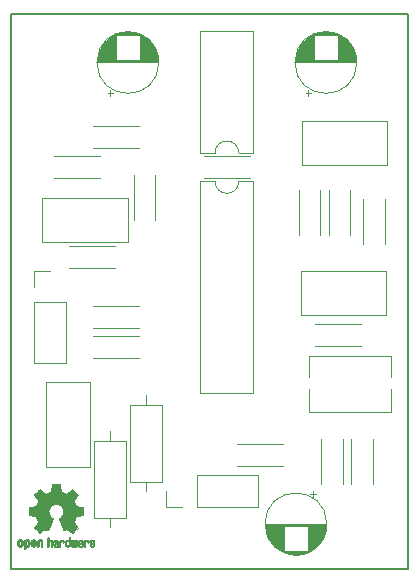
<source format=gbr>
G04 #@! TF.GenerationSoftware,KiCad,Pcbnew,5.1.5-52549c5~84~ubuntu19.10.1*
G04 #@! TF.CreationDate,2020-04-03T18:50:05+02:00*
G04 #@! TF.ProjectId,OpenEMG2,4f70656e-454d-4473-922e-6b696361645f,G*
G04 #@! TF.SameCoordinates,Original*
G04 #@! TF.FileFunction,Legend,Top*
G04 #@! TF.FilePolarity,Positive*
%FSLAX46Y46*%
G04 Gerber Fmt 4.6, Leading zero omitted, Abs format (unit mm)*
G04 Created by KiCad (PCBNEW 5.1.5-52549c5~84~ubuntu19.10.1) date 2020-04-03 18:50:05*
%MOMM*%
%LPD*%
G04 APERTURE LIST*
%ADD10C,0.150000*%
%ADD11C,0.010000*%
%ADD12C,0.120000*%
G04 APERTURE END LIST*
D10*
X19050000Y-19050000D02*
X19050000Y-66040000D01*
X52705000Y-19050000D02*
X19050000Y-19050000D01*
X52705000Y-66040000D02*
X52705000Y-19050000D01*
X19050000Y-66040000D02*
X52705000Y-66040000D01*
D11*
G36*
X22963910Y-58837348D02*
G01*
X23042454Y-58837778D01*
X23099298Y-58838942D01*
X23138105Y-58841207D01*
X23162538Y-58844940D01*
X23176262Y-58850506D01*
X23182940Y-58858273D01*
X23186236Y-58868605D01*
X23186556Y-58869943D01*
X23191562Y-58894079D01*
X23200829Y-58941701D01*
X23213392Y-59007741D01*
X23228287Y-59087128D01*
X23244551Y-59174796D01*
X23245119Y-59177875D01*
X23261410Y-59263789D01*
X23276652Y-59339696D01*
X23289861Y-59401045D01*
X23300054Y-59443282D01*
X23306248Y-59461855D01*
X23306543Y-59462184D01*
X23324788Y-59471253D01*
X23362405Y-59486367D01*
X23411271Y-59504262D01*
X23411543Y-59504358D01*
X23473093Y-59527493D01*
X23545657Y-59556965D01*
X23614057Y-59586597D01*
X23617294Y-59588062D01*
X23728702Y-59638626D01*
X23975399Y-59470160D01*
X24051077Y-59418803D01*
X24119631Y-59372889D01*
X24177088Y-59335030D01*
X24219476Y-59307837D01*
X24242825Y-59293921D01*
X24245042Y-59292889D01*
X24262010Y-59297484D01*
X24293701Y-59319655D01*
X24341352Y-59360447D01*
X24406198Y-59420905D01*
X24472397Y-59485227D01*
X24536214Y-59548612D01*
X24593329Y-59606451D01*
X24640305Y-59655175D01*
X24673703Y-59691210D01*
X24690085Y-59710984D01*
X24690694Y-59712002D01*
X24692505Y-59725572D01*
X24685683Y-59747733D01*
X24668540Y-59781478D01*
X24639393Y-59829800D01*
X24596555Y-59895692D01*
X24539448Y-59980517D01*
X24488766Y-60055177D01*
X24443461Y-60122140D01*
X24406150Y-60177516D01*
X24379452Y-60217420D01*
X24365985Y-60237962D01*
X24365137Y-60239356D01*
X24366781Y-60259038D01*
X24379245Y-60297293D01*
X24400048Y-60346889D01*
X24407462Y-60362728D01*
X24439814Y-60433290D01*
X24474328Y-60513353D01*
X24502365Y-60582629D01*
X24522568Y-60634045D01*
X24538615Y-60673119D01*
X24547888Y-60693541D01*
X24549041Y-60695114D01*
X24566096Y-60697721D01*
X24606298Y-60704863D01*
X24664302Y-60715523D01*
X24734763Y-60728685D01*
X24812335Y-60743333D01*
X24891672Y-60758449D01*
X24967431Y-60773018D01*
X25034264Y-60786022D01*
X25086828Y-60796445D01*
X25119776Y-60803270D01*
X25127857Y-60805199D01*
X25136205Y-60809962D01*
X25142506Y-60820718D01*
X25147045Y-60841098D01*
X25150104Y-60874734D01*
X25151967Y-60925255D01*
X25152918Y-60996292D01*
X25153240Y-61091476D01*
X25153257Y-61130492D01*
X25153257Y-61447799D01*
X25077057Y-61462839D01*
X25034663Y-61470995D01*
X24971400Y-61482899D01*
X24894962Y-61497116D01*
X24813043Y-61512210D01*
X24790400Y-61516355D01*
X24714806Y-61531053D01*
X24648953Y-61545505D01*
X24598366Y-61558375D01*
X24568574Y-61568322D01*
X24563612Y-61571287D01*
X24551426Y-61592283D01*
X24533953Y-61632967D01*
X24514577Y-61685322D01*
X24510734Y-61696600D01*
X24485339Y-61766523D01*
X24453817Y-61845418D01*
X24422969Y-61916266D01*
X24422817Y-61916595D01*
X24371447Y-62027733D01*
X24540399Y-62276253D01*
X24709352Y-62524772D01*
X24492429Y-62742058D01*
X24426819Y-62806726D01*
X24366979Y-62863733D01*
X24316267Y-62910033D01*
X24278046Y-62942584D01*
X24255675Y-62958343D01*
X24252466Y-62959343D01*
X24233626Y-62951469D01*
X24195180Y-62929578D01*
X24141330Y-62896267D01*
X24076276Y-62854131D01*
X24005940Y-62806943D01*
X23934555Y-62758810D01*
X23870908Y-62716928D01*
X23819041Y-62683871D01*
X23782995Y-62662218D01*
X23766867Y-62654543D01*
X23747189Y-62661037D01*
X23709875Y-62678150D01*
X23662621Y-62702326D01*
X23657612Y-62705013D01*
X23593977Y-62736927D01*
X23550341Y-62752579D01*
X23523202Y-62752745D01*
X23509057Y-62738204D01*
X23508975Y-62738000D01*
X23501905Y-62720779D01*
X23485042Y-62679899D01*
X23459695Y-62618525D01*
X23427171Y-62539819D01*
X23388778Y-62446947D01*
X23345822Y-62343072D01*
X23304222Y-62242502D01*
X23258504Y-62131516D01*
X23216526Y-62028703D01*
X23179548Y-61937215D01*
X23148827Y-61860201D01*
X23125622Y-61800815D01*
X23111190Y-61762209D01*
X23106743Y-61747800D01*
X23117896Y-61731272D01*
X23147069Y-61704930D01*
X23185971Y-61675887D01*
X23296757Y-61584039D01*
X23383351Y-61478759D01*
X23444716Y-61362266D01*
X23479815Y-61236776D01*
X23487608Y-61104507D01*
X23481943Y-61043457D01*
X23451078Y-60916795D01*
X23397920Y-60804941D01*
X23325767Y-60709001D01*
X23237917Y-60630076D01*
X23137665Y-60569270D01*
X23028310Y-60527687D01*
X22913147Y-60506428D01*
X22795475Y-60506599D01*
X22678590Y-60529301D01*
X22565789Y-60575638D01*
X22460369Y-60646713D01*
X22416368Y-60686911D01*
X22331979Y-60790129D01*
X22273222Y-60902925D01*
X22239704Y-61022010D01*
X22231035Y-61144095D01*
X22246823Y-61265893D01*
X22286678Y-61384116D01*
X22350207Y-61495475D01*
X22437021Y-61596684D01*
X22534029Y-61675887D01*
X22574437Y-61706162D01*
X22602982Y-61732219D01*
X22613257Y-61747825D01*
X22607877Y-61764843D01*
X22592575Y-61805500D01*
X22568612Y-61866642D01*
X22537244Y-61945119D01*
X22499732Y-62037780D01*
X22457333Y-62141472D01*
X22415663Y-62242526D01*
X22369690Y-62353607D01*
X22327107Y-62456541D01*
X22289221Y-62548165D01*
X22257340Y-62625316D01*
X22232771Y-62684831D01*
X22216820Y-62723544D01*
X22210910Y-62738000D01*
X22196948Y-62752685D01*
X22169940Y-62752642D01*
X22126413Y-62737099D01*
X22062890Y-62705284D01*
X22062388Y-62705013D01*
X22014560Y-62680323D01*
X21975897Y-62662338D01*
X21954095Y-62654614D01*
X21953133Y-62654543D01*
X21936721Y-62662378D01*
X21900487Y-62684165D01*
X21848474Y-62717328D01*
X21784725Y-62759291D01*
X21714060Y-62806943D01*
X21642116Y-62855191D01*
X21577274Y-62897151D01*
X21523735Y-62930227D01*
X21485697Y-62951821D01*
X21467533Y-62959343D01*
X21450808Y-62949457D01*
X21417180Y-62921826D01*
X21370010Y-62879495D01*
X21312658Y-62825505D01*
X21248484Y-62762899D01*
X21227497Y-62741983D01*
X21010499Y-62524623D01*
X21175668Y-62282220D01*
X21225864Y-62207781D01*
X21269919Y-62140972D01*
X21305362Y-62085665D01*
X21329719Y-62045729D01*
X21340522Y-62025036D01*
X21340838Y-62023563D01*
X21335143Y-62004058D01*
X21319826Y-61964822D01*
X21297537Y-61912430D01*
X21281893Y-61877355D01*
X21252641Y-61810201D01*
X21225094Y-61742358D01*
X21203737Y-61685034D01*
X21197935Y-61667572D01*
X21181452Y-61620938D01*
X21165340Y-61584905D01*
X21156490Y-61571287D01*
X21136960Y-61562952D01*
X21094334Y-61551137D01*
X21034145Y-61537181D01*
X20961922Y-61522422D01*
X20929600Y-61516355D01*
X20847522Y-61501273D01*
X20768795Y-61486669D01*
X20701109Y-61473980D01*
X20652160Y-61464642D01*
X20642943Y-61462839D01*
X20566743Y-61447799D01*
X20566743Y-61130492D01*
X20566914Y-61026154D01*
X20567616Y-60947213D01*
X20569134Y-60890038D01*
X20571749Y-60850999D01*
X20575746Y-60826465D01*
X20581409Y-60812805D01*
X20589020Y-60806389D01*
X20592143Y-60805199D01*
X20610978Y-60800980D01*
X20652588Y-60792562D01*
X20711630Y-60780961D01*
X20782757Y-60767195D01*
X20860625Y-60752280D01*
X20939887Y-60737232D01*
X21015198Y-60723069D01*
X21081213Y-60710806D01*
X21132587Y-60701461D01*
X21163975Y-60696050D01*
X21170959Y-60695114D01*
X21177285Y-60682596D01*
X21191290Y-60649246D01*
X21210355Y-60601377D01*
X21217634Y-60582629D01*
X21246996Y-60510195D01*
X21281571Y-60430170D01*
X21312537Y-60362728D01*
X21335323Y-60311159D01*
X21350482Y-60268785D01*
X21355542Y-60242834D01*
X21354736Y-60239356D01*
X21344041Y-60222936D01*
X21319620Y-60186417D01*
X21284095Y-60133687D01*
X21240087Y-60068635D01*
X21190217Y-59995151D01*
X21180356Y-59980645D01*
X21122492Y-59894704D01*
X21079956Y-59829261D01*
X21051054Y-59781304D01*
X21034090Y-59747820D01*
X21027367Y-59725795D01*
X21029190Y-59712217D01*
X21029236Y-59712131D01*
X21043586Y-59694297D01*
X21075323Y-59659817D01*
X21121010Y-59612268D01*
X21177204Y-59555222D01*
X21240468Y-59492255D01*
X21247602Y-59485227D01*
X21327330Y-59408020D01*
X21388857Y-59351330D01*
X21433421Y-59314110D01*
X21462257Y-59295315D01*
X21474958Y-59292889D01*
X21493494Y-59303471D01*
X21531961Y-59327916D01*
X21586386Y-59363612D01*
X21652798Y-59407947D01*
X21727225Y-59458311D01*
X21744601Y-59470160D01*
X21991297Y-59638626D01*
X22102706Y-59588062D01*
X22170457Y-59558595D01*
X22243183Y-59528959D01*
X22305703Y-59505330D01*
X22308457Y-59504358D01*
X22357360Y-59486457D01*
X22395057Y-59471320D01*
X22413425Y-59462210D01*
X22413456Y-59462184D01*
X22419285Y-59445717D01*
X22429192Y-59405219D01*
X22442195Y-59345242D01*
X22457309Y-59270340D01*
X22473552Y-59185064D01*
X22474881Y-59177875D01*
X22491175Y-59090014D01*
X22506133Y-59010260D01*
X22518791Y-58943681D01*
X22528186Y-58895347D01*
X22533354Y-58870325D01*
X22533444Y-58869943D01*
X22536589Y-58859299D01*
X22542704Y-58851262D01*
X22555453Y-58845467D01*
X22578500Y-58841547D01*
X22615509Y-58839135D01*
X22670144Y-58837865D01*
X22746067Y-58837371D01*
X22846944Y-58837286D01*
X22860000Y-58837286D01*
X22963910Y-58837348D01*
G37*
X22963910Y-58837348D02*
X23042454Y-58837778D01*
X23099298Y-58838942D01*
X23138105Y-58841207D01*
X23162538Y-58844940D01*
X23176262Y-58850506D01*
X23182940Y-58858273D01*
X23186236Y-58868605D01*
X23186556Y-58869943D01*
X23191562Y-58894079D01*
X23200829Y-58941701D01*
X23213392Y-59007741D01*
X23228287Y-59087128D01*
X23244551Y-59174796D01*
X23245119Y-59177875D01*
X23261410Y-59263789D01*
X23276652Y-59339696D01*
X23289861Y-59401045D01*
X23300054Y-59443282D01*
X23306248Y-59461855D01*
X23306543Y-59462184D01*
X23324788Y-59471253D01*
X23362405Y-59486367D01*
X23411271Y-59504262D01*
X23411543Y-59504358D01*
X23473093Y-59527493D01*
X23545657Y-59556965D01*
X23614057Y-59586597D01*
X23617294Y-59588062D01*
X23728702Y-59638626D01*
X23975399Y-59470160D01*
X24051077Y-59418803D01*
X24119631Y-59372889D01*
X24177088Y-59335030D01*
X24219476Y-59307837D01*
X24242825Y-59293921D01*
X24245042Y-59292889D01*
X24262010Y-59297484D01*
X24293701Y-59319655D01*
X24341352Y-59360447D01*
X24406198Y-59420905D01*
X24472397Y-59485227D01*
X24536214Y-59548612D01*
X24593329Y-59606451D01*
X24640305Y-59655175D01*
X24673703Y-59691210D01*
X24690085Y-59710984D01*
X24690694Y-59712002D01*
X24692505Y-59725572D01*
X24685683Y-59747733D01*
X24668540Y-59781478D01*
X24639393Y-59829800D01*
X24596555Y-59895692D01*
X24539448Y-59980517D01*
X24488766Y-60055177D01*
X24443461Y-60122140D01*
X24406150Y-60177516D01*
X24379452Y-60217420D01*
X24365985Y-60237962D01*
X24365137Y-60239356D01*
X24366781Y-60259038D01*
X24379245Y-60297293D01*
X24400048Y-60346889D01*
X24407462Y-60362728D01*
X24439814Y-60433290D01*
X24474328Y-60513353D01*
X24502365Y-60582629D01*
X24522568Y-60634045D01*
X24538615Y-60673119D01*
X24547888Y-60693541D01*
X24549041Y-60695114D01*
X24566096Y-60697721D01*
X24606298Y-60704863D01*
X24664302Y-60715523D01*
X24734763Y-60728685D01*
X24812335Y-60743333D01*
X24891672Y-60758449D01*
X24967431Y-60773018D01*
X25034264Y-60786022D01*
X25086828Y-60796445D01*
X25119776Y-60803270D01*
X25127857Y-60805199D01*
X25136205Y-60809962D01*
X25142506Y-60820718D01*
X25147045Y-60841098D01*
X25150104Y-60874734D01*
X25151967Y-60925255D01*
X25152918Y-60996292D01*
X25153240Y-61091476D01*
X25153257Y-61130492D01*
X25153257Y-61447799D01*
X25077057Y-61462839D01*
X25034663Y-61470995D01*
X24971400Y-61482899D01*
X24894962Y-61497116D01*
X24813043Y-61512210D01*
X24790400Y-61516355D01*
X24714806Y-61531053D01*
X24648953Y-61545505D01*
X24598366Y-61558375D01*
X24568574Y-61568322D01*
X24563612Y-61571287D01*
X24551426Y-61592283D01*
X24533953Y-61632967D01*
X24514577Y-61685322D01*
X24510734Y-61696600D01*
X24485339Y-61766523D01*
X24453817Y-61845418D01*
X24422969Y-61916266D01*
X24422817Y-61916595D01*
X24371447Y-62027733D01*
X24540399Y-62276253D01*
X24709352Y-62524772D01*
X24492429Y-62742058D01*
X24426819Y-62806726D01*
X24366979Y-62863733D01*
X24316267Y-62910033D01*
X24278046Y-62942584D01*
X24255675Y-62958343D01*
X24252466Y-62959343D01*
X24233626Y-62951469D01*
X24195180Y-62929578D01*
X24141330Y-62896267D01*
X24076276Y-62854131D01*
X24005940Y-62806943D01*
X23934555Y-62758810D01*
X23870908Y-62716928D01*
X23819041Y-62683871D01*
X23782995Y-62662218D01*
X23766867Y-62654543D01*
X23747189Y-62661037D01*
X23709875Y-62678150D01*
X23662621Y-62702326D01*
X23657612Y-62705013D01*
X23593977Y-62736927D01*
X23550341Y-62752579D01*
X23523202Y-62752745D01*
X23509057Y-62738204D01*
X23508975Y-62738000D01*
X23501905Y-62720779D01*
X23485042Y-62679899D01*
X23459695Y-62618525D01*
X23427171Y-62539819D01*
X23388778Y-62446947D01*
X23345822Y-62343072D01*
X23304222Y-62242502D01*
X23258504Y-62131516D01*
X23216526Y-62028703D01*
X23179548Y-61937215D01*
X23148827Y-61860201D01*
X23125622Y-61800815D01*
X23111190Y-61762209D01*
X23106743Y-61747800D01*
X23117896Y-61731272D01*
X23147069Y-61704930D01*
X23185971Y-61675887D01*
X23296757Y-61584039D01*
X23383351Y-61478759D01*
X23444716Y-61362266D01*
X23479815Y-61236776D01*
X23487608Y-61104507D01*
X23481943Y-61043457D01*
X23451078Y-60916795D01*
X23397920Y-60804941D01*
X23325767Y-60709001D01*
X23237917Y-60630076D01*
X23137665Y-60569270D01*
X23028310Y-60527687D01*
X22913147Y-60506428D01*
X22795475Y-60506599D01*
X22678590Y-60529301D01*
X22565789Y-60575638D01*
X22460369Y-60646713D01*
X22416368Y-60686911D01*
X22331979Y-60790129D01*
X22273222Y-60902925D01*
X22239704Y-61022010D01*
X22231035Y-61144095D01*
X22246823Y-61265893D01*
X22286678Y-61384116D01*
X22350207Y-61495475D01*
X22437021Y-61596684D01*
X22534029Y-61675887D01*
X22574437Y-61706162D01*
X22602982Y-61732219D01*
X22613257Y-61747825D01*
X22607877Y-61764843D01*
X22592575Y-61805500D01*
X22568612Y-61866642D01*
X22537244Y-61945119D01*
X22499732Y-62037780D01*
X22457333Y-62141472D01*
X22415663Y-62242526D01*
X22369690Y-62353607D01*
X22327107Y-62456541D01*
X22289221Y-62548165D01*
X22257340Y-62625316D01*
X22232771Y-62684831D01*
X22216820Y-62723544D01*
X22210910Y-62738000D01*
X22196948Y-62752685D01*
X22169940Y-62752642D01*
X22126413Y-62737099D01*
X22062890Y-62705284D01*
X22062388Y-62705013D01*
X22014560Y-62680323D01*
X21975897Y-62662338D01*
X21954095Y-62654614D01*
X21953133Y-62654543D01*
X21936721Y-62662378D01*
X21900487Y-62684165D01*
X21848474Y-62717328D01*
X21784725Y-62759291D01*
X21714060Y-62806943D01*
X21642116Y-62855191D01*
X21577274Y-62897151D01*
X21523735Y-62930227D01*
X21485697Y-62951821D01*
X21467533Y-62959343D01*
X21450808Y-62949457D01*
X21417180Y-62921826D01*
X21370010Y-62879495D01*
X21312658Y-62825505D01*
X21248484Y-62762899D01*
X21227497Y-62741983D01*
X21010499Y-62524623D01*
X21175668Y-62282220D01*
X21225864Y-62207781D01*
X21269919Y-62140972D01*
X21305362Y-62085665D01*
X21329719Y-62045729D01*
X21340522Y-62025036D01*
X21340838Y-62023563D01*
X21335143Y-62004058D01*
X21319826Y-61964822D01*
X21297537Y-61912430D01*
X21281893Y-61877355D01*
X21252641Y-61810201D01*
X21225094Y-61742358D01*
X21203737Y-61685034D01*
X21197935Y-61667572D01*
X21181452Y-61620938D01*
X21165340Y-61584905D01*
X21156490Y-61571287D01*
X21136960Y-61562952D01*
X21094334Y-61551137D01*
X21034145Y-61537181D01*
X20961922Y-61522422D01*
X20929600Y-61516355D01*
X20847522Y-61501273D01*
X20768795Y-61486669D01*
X20701109Y-61473980D01*
X20652160Y-61464642D01*
X20642943Y-61462839D01*
X20566743Y-61447799D01*
X20566743Y-61130492D01*
X20566914Y-61026154D01*
X20567616Y-60947213D01*
X20569134Y-60890038D01*
X20571749Y-60850999D01*
X20575746Y-60826465D01*
X20581409Y-60812805D01*
X20589020Y-60806389D01*
X20592143Y-60805199D01*
X20610978Y-60800980D01*
X20652588Y-60792562D01*
X20711630Y-60780961D01*
X20782757Y-60767195D01*
X20860625Y-60752280D01*
X20939887Y-60737232D01*
X21015198Y-60723069D01*
X21081213Y-60710806D01*
X21132587Y-60701461D01*
X21163975Y-60696050D01*
X21170959Y-60695114D01*
X21177285Y-60682596D01*
X21191290Y-60649246D01*
X21210355Y-60601377D01*
X21217634Y-60582629D01*
X21246996Y-60510195D01*
X21281571Y-60430170D01*
X21312537Y-60362728D01*
X21335323Y-60311159D01*
X21350482Y-60268785D01*
X21355542Y-60242834D01*
X21354736Y-60239356D01*
X21344041Y-60222936D01*
X21319620Y-60186417D01*
X21284095Y-60133687D01*
X21240087Y-60068635D01*
X21190217Y-59995151D01*
X21180356Y-59980645D01*
X21122492Y-59894704D01*
X21079956Y-59829261D01*
X21051054Y-59781304D01*
X21034090Y-59747820D01*
X21027367Y-59725795D01*
X21029190Y-59712217D01*
X21029236Y-59712131D01*
X21043586Y-59694297D01*
X21075323Y-59659817D01*
X21121010Y-59612268D01*
X21177204Y-59555222D01*
X21240468Y-59492255D01*
X21247602Y-59485227D01*
X21327330Y-59408020D01*
X21388857Y-59351330D01*
X21433421Y-59314110D01*
X21462257Y-59295315D01*
X21474958Y-59292889D01*
X21493494Y-59303471D01*
X21531961Y-59327916D01*
X21586386Y-59363612D01*
X21652798Y-59407947D01*
X21727225Y-59458311D01*
X21744601Y-59470160D01*
X21991297Y-59638626D01*
X22102706Y-59588062D01*
X22170457Y-59558595D01*
X22243183Y-59528959D01*
X22305703Y-59505330D01*
X22308457Y-59504358D01*
X22357360Y-59486457D01*
X22395057Y-59471320D01*
X22413425Y-59462210D01*
X22413456Y-59462184D01*
X22419285Y-59445717D01*
X22429192Y-59405219D01*
X22442195Y-59345242D01*
X22457309Y-59270340D01*
X22473552Y-59185064D01*
X22474881Y-59177875D01*
X22491175Y-59090014D01*
X22506133Y-59010260D01*
X22518791Y-58943681D01*
X22528186Y-58895347D01*
X22533354Y-58870325D01*
X22533444Y-58869943D01*
X22536589Y-58859299D01*
X22542704Y-58851262D01*
X22555453Y-58845467D01*
X22578500Y-58841547D01*
X22615509Y-58839135D01*
X22670144Y-58837865D01*
X22746067Y-58837371D01*
X22846944Y-58837286D01*
X22860000Y-58837286D01*
X22963910Y-58837348D01*
G36*
X26013595Y-63561966D02*
G01*
X26071021Y-63599497D01*
X26098719Y-63633096D01*
X26120662Y-63694064D01*
X26122405Y-63742308D01*
X26118457Y-63806816D01*
X25969686Y-63871934D01*
X25897349Y-63905202D01*
X25850084Y-63931964D01*
X25825507Y-63955144D01*
X25821237Y-63977667D01*
X25834889Y-64002455D01*
X25849943Y-64018886D01*
X25893746Y-64045235D01*
X25941389Y-64047081D01*
X25985145Y-64026546D01*
X26017289Y-63985752D01*
X26023038Y-63971347D01*
X26050576Y-63926356D01*
X26082258Y-63907182D01*
X26125714Y-63890779D01*
X26125714Y-63952966D01*
X26121872Y-63995283D01*
X26106823Y-64030969D01*
X26075280Y-64071943D01*
X26070592Y-64077267D01*
X26035506Y-64113720D01*
X26005347Y-64133283D01*
X25967615Y-64142283D01*
X25936335Y-64145230D01*
X25880385Y-64145965D01*
X25840555Y-64136660D01*
X25815708Y-64122846D01*
X25776656Y-64092467D01*
X25749625Y-64059613D01*
X25732517Y-64018294D01*
X25723238Y-63962521D01*
X25719693Y-63886305D01*
X25719410Y-63847622D01*
X25720372Y-63801247D01*
X25808007Y-63801247D01*
X25809023Y-63826126D01*
X25811556Y-63830200D01*
X25828274Y-63824665D01*
X25864249Y-63810017D01*
X25912331Y-63789190D01*
X25922386Y-63784714D01*
X25983152Y-63753814D01*
X26016632Y-63726657D01*
X26023990Y-63701220D01*
X26006391Y-63675481D01*
X25991856Y-63664109D01*
X25939410Y-63641364D01*
X25890322Y-63645122D01*
X25849227Y-63672884D01*
X25820758Y-63722152D01*
X25811631Y-63761257D01*
X25808007Y-63801247D01*
X25720372Y-63801247D01*
X25721285Y-63757249D01*
X25728196Y-63690384D01*
X25741884Y-63641695D01*
X25764096Y-63605849D01*
X25796574Y-63577513D01*
X25810733Y-63568355D01*
X25875053Y-63544507D01*
X25945473Y-63543006D01*
X26013595Y-63561966D01*
G37*
X26013595Y-63561966D02*
X26071021Y-63599497D01*
X26098719Y-63633096D01*
X26120662Y-63694064D01*
X26122405Y-63742308D01*
X26118457Y-63806816D01*
X25969686Y-63871934D01*
X25897349Y-63905202D01*
X25850084Y-63931964D01*
X25825507Y-63955144D01*
X25821237Y-63977667D01*
X25834889Y-64002455D01*
X25849943Y-64018886D01*
X25893746Y-64045235D01*
X25941389Y-64047081D01*
X25985145Y-64026546D01*
X26017289Y-63985752D01*
X26023038Y-63971347D01*
X26050576Y-63926356D01*
X26082258Y-63907182D01*
X26125714Y-63890779D01*
X26125714Y-63952966D01*
X26121872Y-63995283D01*
X26106823Y-64030969D01*
X26075280Y-64071943D01*
X26070592Y-64077267D01*
X26035506Y-64113720D01*
X26005347Y-64133283D01*
X25967615Y-64142283D01*
X25936335Y-64145230D01*
X25880385Y-64145965D01*
X25840555Y-64136660D01*
X25815708Y-64122846D01*
X25776656Y-64092467D01*
X25749625Y-64059613D01*
X25732517Y-64018294D01*
X25723238Y-63962521D01*
X25719693Y-63886305D01*
X25719410Y-63847622D01*
X25720372Y-63801247D01*
X25808007Y-63801247D01*
X25809023Y-63826126D01*
X25811556Y-63830200D01*
X25828274Y-63824665D01*
X25864249Y-63810017D01*
X25912331Y-63789190D01*
X25922386Y-63784714D01*
X25983152Y-63753814D01*
X26016632Y-63726657D01*
X26023990Y-63701220D01*
X26006391Y-63675481D01*
X25991856Y-63664109D01*
X25939410Y-63641364D01*
X25890322Y-63645122D01*
X25849227Y-63672884D01*
X25820758Y-63722152D01*
X25811631Y-63761257D01*
X25808007Y-63801247D01*
X25720372Y-63801247D01*
X25721285Y-63757249D01*
X25728196Y-63690384D01*
X25741884Y-63641695D01*
X25764096Y-63605849D01*
X25796574Y-63577513D01*
X25810733Y-63568355D01*
X25875053Y-63544507D01*
X25945473Y-63543006D01*
X26013595Y-63561966D01*
G36*
X25512600Y-63553752D02*
G01*
X25529948Y-63561334D01*
X25571356Y-63594128D01*
X25606765Y-63641547D01*
X25628664Y-63692151D01*
X25632229Y-63717098D01*
X25620279Y-63751927D01*
X25594067Y-63770357D01*
X25565964Y-63781516D01*
X25553095Y-63783572D01*
X25546829Y-63768649D01*
X25534456Y-63736175D01*
X25529028Y-63721502D01*
X25498590Y-63670744D01*
X25454520Y-63645427D01*
X25398010Y-63646206D01*
X25393825Y-63647203D01*
X25363655Y-63661507D01*
X25341476Y-63689393D01*
X25326327Y-63734287D01*
X25317250Y-63799615D01*
X25313286Y-63888804D01*
X25312914Y-63936261D01*
X25312730Y-64011071D01*
X25311522Y-64062069D01*
X25308309Y-64094471D01*
X25302109Y-64113495D01*
X25291940Y-64124356D01*
X25276819Y-64132272D01*
X25275946Y-64132670D01*
X25246828Y-64144981D01*
X25232403Y-64149514D01*
X25230186Y-64135809D01*
X25228289Y-64097925D01*
X25226847Y-64040715D01*
X25225998Y-63969027D01*
X25225829Y-63916565D01*
X25226692Y-63815047D01*
X25230070Y-63738032D01*
X25237142Y-63681023D01*
X25249088Y-63639526D01*
X25267090Y-63609043D01*
X25292327Y-63585080D01*
X25317247Y-63568355D01*
X25377171Y-63546097D01*
X25446911Y-63541076D01*
X25512600Y-63553752D01*
G37*
X25512600Y-63553752D02*
X25529948Y-63561334D01*
X25571356Y-63594128D01*
X25606765Y-63641547D01*
X25628664Y-63692151D01*
X25632229Y-63717098D01*
X25620279Y-63751927D01*
X25594067Y-63770357D01*
X25565964Y-63781516D01*
X25553095Y-63783572D01*
X25546829Y-63768649D01*
X25534456Y-63736175D01*
X25529028Y-63721502D01*
X25498590Y-63670744D01*
X25454520Y-63645427D01*
X25398010Y-63646206D01*
X25393825Y-63647203D01*
X25363655Y-63661507D01*
X25341476Y-63689393D01*
X25326327Y-63734287D01*
X25317250Y-63799615D01*
X25313286Y-63888804D01*
X25312914Y-63936261D01*
X25312730Y-64011071D01*
X25311522Y-64062069D01*
X25308309Y-64094471D01*
X25302109Y-64113495D01*
X25291940Y-64124356D01*
X25276819Y-64132272D01*
X25275946Y-64132670D01*
X25246828Y-64144981D01*
X25232403Y-64149514D01*
X25230186Y-64135809D01*
X25228289Y-64097925D01*
X25226847Y-64040715D01*
X25225998Y-63969027D01*
X25225829Y-63916565D01*
X25226692Y-63815047D01*
X25230070Y-63738032D01*
X25237142Y-63681023D01*
X25249088Y-63639526D01*
X25267090Y-63609043D01*
X25292327Y-63585080D01*
X25317247Y-63568355D01*
X25377171Y-63546097D01*
X25446911Y-63541076D01*
X25512600Y-63553752D01*
G36*
X25004876Y-63551335D02*
G01*
X25046667Y-63570344D01*
X25079469Y-63593378D01*
X25103503Y-63619133D01*
X25120097Y-63652358D01*
X25130577Y-63697800D01*
X25136271Y-63760207D01*
X25138507Y-63844327D01*
X25138743Y-63899721D01*
X25138743Y-64115826D01*
X25101774Y-64132670D01*
X25072656Y-64144981D01*
X25058231Y-64149514D01*
X25055472Y-64136025D01*
X25053282Y-64099653D01*
X25051942Y-64046542D01*
X25051657Y-64004372D01*
X25050434Y-63943447D01*
X25047136Y-63895115D01*
X25042321Y-63865518D01*
X25038496Y-63859229D01*
X25012783Y-63865652D01*
X24972418Y-63882125D01*
X24925679Y-63904458D01*
X24880845Y-63928457D01*
X24846193Y-63949930D01*
X24830002Y-63964685D01*
X24829938Y-63964845D01*
X24831330Y-63992152D01*
X24843818Y-64018219D01*
X24865743Y-64039392D01*
X24897743Y-64046474D01*
X24925092Y-64045649D01*
X24963826Y-64045042D01*
X24984158Y-64054116D01*
X24996369Y-64078092D01*
X24997909Y-64082613D01*
X25003203Y-64116806D01*
X24989047Y-64137568D01*
X24952148Y-64147462D01*
X24912289Y-64149292D01*
X24840562Y-64135727D01*
X24803432Y-64116355D01*
X24757576Y-64070845D01*
X24733256Y-64014983D01*
X24731073Y-63955957D01*
X24751629Y-63900953D01*
X24782549Y-63866486D01*
X24813420Y-63847189D01*
X24861942Y-63822759D01*
X24918485Y-63797985D01*
X24927910Y-63794199D01*
X24990019Y-63766791D01*
X25025822Y-63742634D01*
X25037337Y-63718619D01*
X25026580Y-63691635D01*
X25008114Y-63670543D01*
X24964469Y-63644572D01*
X24916446Y-63642624D01*
X24872406Y-63662637D01*
X24840709Y-63702551D01*
X24836549Y-63712848D01*
X24812327Y-63750724D01*
X24776965Y-63778842D01*
X24732343Y-63801917D01*
X24732343Y-63736485D01*
X24734969Y-63696506D01*
X24746230Y-63664997D01*
X24771199Y-63631378D01*
X24795169Y-63605484D01*
X24832441Y-63568817D01*
X24861401Y-63549121D01*
X24892505Y-63541220D01*
X24927713Y-63539914D01*
X25004876Y-63551335D01*
G37*
X25004876Y-63551335D02*
X25046667Y-63570344D01*
X25079469Y-63593378D01*
X25103503Y-63619133D01*
X25120097Y-63652358D01*
X25130577Y-63697800D01*
X25136271Y-63760207D01*
X25138507Y-63844327D01*
X25138743Y-63899721D01*
X25138743Y-64115826D01*
X25101774Y-64132670D01*
X25072656Y-64144981D01*
X25058231Y-64149514D01*
X25055472Y-64136025D01*
X25053282Y-64099653D01*
X25051942Y-64046542D01*
X25051657Y-64004372D01*
X25050434Y-63943447D01*
X25047136Y-63895115D01*
X25042321Y-63865518D01*
X25038496Y-63859229D01*
X25012783Y-63865652D01*
X24972418Y-63882125D01*
X24925679Y-63904458D01*
X24880845Y-63928457D01*
X24846193Y-63949930D01*
X24830002Y-63964685D01*
X24829938Y-63964845D01*
X24831330Y-63992152D01*
X24843818Y-64018219D01*
X24865743Y-64039392D01*
X24897743Y-64046474D01*
X24925092Y-64045649D01*
X24963826Y-64045042D01*
X24984158Y-64054116D01*
X24996369Y-64078092D01*
X24997909Y-64082613D01*
X25003203Y-64116806D01*
X24989047Y-64137568D01*
X24952148Y-64147462D01*
X24912289Y-64149292D01*
X24840562Y-64135727D01*
X24803432Y-64116355D01*
X24757576Y-64070845D01*
X24733256Y-64014983D01*
X24731073Y-63955957D01*
X24751629Y-63900953D01*
X24782549Y-63866486D01*
X24813420Y-63847189D01*
X24861942Y-63822759D01*
X24918485Y-63797985D01*
X24927910Y-63794199D01*
X24990019Y-63766791D01*
X25025822Y-63742634D01*
X25037337Y-63718619D01*
X25026580Y-63691635D01*
X25008114Y-63670543D01*
X24964469Y-63644572D01*
X24916446Y-63642624D01*
X24872406Y-63662637D01*
X24840709Y-63702551D01*
X24836549Y-63712848D01*
X24812327Y-63750724D01*
X24776965Y-63778842D01*
X24732343Y-63801917D01*
X24732343Y-63736485D01*
X24734969Y-63696506D01*
X24746230Y-63664997D01*
X24771199Y-63631378D01*
X24795169Y-63605484D01*
X24832441Y-63568817D01*
X24861401Y-63549121D01*
X24892505Y-63541220D01*
X24927713Y-63539914D01*
X25004876Y-63551335D01*
G36*
X24639833Y-63553663D02*
G01*
X24642048Y-63591850D01*
X24643784Y-63649886D01*
X24644899Y-63723180D01*
X24645257Y-63800055D01*
X24645257Y-64060196D01*
X24599326Y-64106127D01*
X24567675Y-64134429D01*
X24539890Y-64145893D01*
X24501915Y-64145168D01*
X24486840Y-64143321D01*
X24439726Y-64137948D01*
X24400756Y-64134869D01*
X24391257Y-64134585D01*
X24359233Y-64136445D01*
X24313432Y-64141114D01*
X24295674Y-64143321D01*
X24252057Y-64146735D01*
X24222745Y-64139320D01*
X24193680Y-64116427D01*
X24183188Y-64106127D01*
X24137257Y-64060196D01*
X24137257Y-63573602D01*
X24174226Y-63556758D01*
X24206059Y-63544282D01*
X24224683Y-63539914D01*
X24229458Y-63553718D01*
X24233921Y-63592286D01*
X24237775Y-63651356D01*
X24240722Y-63726663D01*
X24242143Y-63790286D01*
X24246114Y-64040657D01*
X24280759Y-64045556D01*
X24312268Y-64042131D01*
X24327708Y-64031041D01*
X24332023Y-64010308D01*
X24335708Y-63966145D01*
X24338469Y-63904146D01*
X24340012Y-63829909D01*
X24340235Y-63791706D01*
X24340457Y-63571783D01*
X24386166Y-63555849D01*
X24418518Y-63545015D01*
X24436115Y-63539962D01*
X24436623Y-63539914D01*
X24438388Y-63553648D01*
X24440329Y-63591730D01*
X24442282Y-63649482D01*
X24444084Y-63722227D01*
X24445343Y-63790286D01*
X24449314Y-64040657D01*
X24536400Y-64040657D01*
X24540396Y-63812240D01*
X24544392Y-63583822D01*
X24586847Y-63561868D01*
X24618192Y-63546793D01*
X24636744Y-63539951D01*
X24637279Y-63539914D01*
X24639833Y-63553663D01*
G37*
X24639833Y-63553663D02*
X24642048Y-63591850D01*
X24643784Y-63649886D01*
X24644899Y-63723180D01*
X24645257Y-63800055D01*
X24645257Y-64060196D01*
X24599326Y-64106127D01*
X24567675Y-64134429D01*
X24539890Y-64145893D01*
X24501915Y-64145168D01*
X24486840Y-64143321D01*
X24439726Y-64137948D01*
X24400756Y-64134869D01*
X24391257Y-64134585D01*
X24359233Y-64136445D01*
X24313432Y-64141114D01*
X24295674Y-64143321D01*
X24252057Y-64146735D01*
X24222745Y-64139320D01*
X24193680Y-64116427D01*
X24183188Y-64106127D01*
X24137257Y-64060196D01*
X24137257Y-63573602D01*
X24174226Y-63556758D01*
X24206059Y-63544282D01*
X24224683Y-63539914D01*
X24229458Y-63553718D01*
X24233921Y-63592286D01*
X24237775Y-63651356D01*
X24240722Y-63726663D01*
X24242143Y-63790286D01*
X24246114Y-64040657D01*
X24280759Y-64045556D01*
X24312268Y-64042131D01*
X24327708Y-64031041D01*
X24332023Y-64010308D01*
X24335708Y-63966145D01*
X24338469Y-63904146D01*
X24340012Y-63829909D01*
X24340235Y-63791706D01*
X24340457Y-63571783D01*
X24386166Y-63555849D01*
X24418518Y-63545015D01*
X24436115Y-63539962D01*
X24436623Y-63539914D01*
X24438388Y-63553648D01*
X24440329Y-63591730D01*
X24442282Y-63649482D01*
X24444084Y-63722227D01*
X24445343Y-63790286D01*
X24449314Y-64040657D01*
X24536400Y-64040657D01*
X24540396Y-63812240D01*
X24544392Y-63583822D01*
X24586847Y-63561868D01*
X24618192Y-63546793D01*
X24636744Y-63539951D01*
X24637279Y-63539914D01*
X24639833Y-63553663D01*
G36*
X24050117Y-63660358D02*
G01*
X24049933Y-63768837D01*
X24049219Y-63852287D01*
X24047675Y-63914704D01*
X24045001Y-63960085D01*
X24040894Y-63992429D01*
X24035055Y-64015733D01*
X24027182Y-64033995D01*
X24021221Y-64044418D01*
X23971855Y-64100945D01*
X23909264Y-64136377D01*
X23840013Y-64149090D01*
X23770668Y-64137463D01*
X23729375Y-64116568D01*
X23686025Y-64080422D01*
X23656481Y-64036276D01*
X23638655Y-63978462D01*
X23630463Y-63901313D01*
X23629302Y-63844714D01*
X23629458Y-63840647D01*
X23730857Y-63840647D01*
X23731476Y-63905550D01*
X23734314Y-63948514D01*
X23740840Y-63976622D01*
X23752523Y-63996953D01*
X23766483Y-64012288D01*
X23813365Y-64041890D01*
X23863701Y-64044419D01*
X23911276Y-64019705D01*
X23914979Y-64016356D01*
X23930783Y-63998935D01*
X23940693Y-63978209D01*
X23946058Y-63947362D01*
X23948228Y-63899577D01*
X23948571Y-63846748D01*
X23947827Y-63780381D01*
X23944748Y-63736106D01*
X23938061Y-63707009D01*
X23926496Y-63686173D01*
X23917013Y-63675107D01*
X23872960Y-63647198D01*
X23822224Y-63643843D01*
X23773796Y-63665159D01*
X23764450Y-63673073D01*
X23748540Y-63690647D01*
X23738610Y-63711587D01*
X23733278Y-63742782D01*
X23731163Y-63791122D01*
X23730857Y-63840647D01*
X23629458Y-63840647D01*
X23632810Y-63753568D01*
X23644726Y-63685086D01*
X23667135Y-63633600D01*
X23702124Y-63593443D01*
X23729375Y-63572861D01*
X23778907Y-63550625D01*
X23836316Y-63540304D01*
X23889682Y-63543067D01*
X23919543Y-63554212D01*
X23931261Y-63557383D01*
X23939037Y-63545557D01*
X23944465Y-63513866D01*
X23948571Y-63465593D01*
X23953067Y-63411829D01*
X23959313Y-63379482D01*
X23970676Y-63360985D01*
X23990528Y-63348770D01*
X24003000Y-63343362D01*
X24050171Y-63323601D01*
X24050117Y-63660358D01*
G37*
X24050117Y-63660358D02*
X24049933Y-63768837D01*
X24049219Y-63852287D01*
X24047675Y-63914704D01*
X24045001Y-63960085D01*
X24040894Y-63992429D01*
X24035055Y-64015733D01*
X24027182Y-64033995D01*
X24021221Y-64044418D01*
X23971855Y-64100945D01*
X23909264Y-64136377D01*
X23840013Y-64149090D01*
X23770668Y-64137463D01*
X23729375Y-64116568D01*
X23686025Y-64080422D01*
X23656481Y-64036276D01*
X23638655Y-63978462D01*
X23630463Y-63901313D01*
X23629302Y-63844714D01*
X23629458Y-63840647D01*
X23730857Y-63840647D01*
X23731476Y-63905550D01*
X23734314Y-63948514D01*
X23740840Y-63976622D01*
X23752523Y-63996953D01*
X23766483Y-64012288D01*
X23813365Y-64041890D01*
X23863701Y-64044419D01*
X23911276Y-64019705D01*
X23914979Y-64016356D01*
X23930783Y-63998935D01*
X23940693Y-63978209D01*
X23946058Y-63947362D01*
X23948228Y-63899577D01*
X23948571Y-63846748D01*
X23947827Y-63780381D01*
X23944748Y-63736106D01*
X23938061Y-63707009D01*
X23926496Y-63686173D01*
X23917013Y-63675107D01*
X23872960Y-63647198D01*
X23822224Y-63643843D01*
X23773796Y-63665159D01*
X23764450Y-63673073D01*
X23748540Y-63690647D01*
X23738610Y-63711587D01*
X23733278Y-63742782D01*
X23731163Y-63791122D01*
X23730857Y-63840647D01*
X23629458Y-63840647D01*
X23632810Y-63753568D01*
X23644726Y-63685086D01*
X23667135Y-63633600D01*
X23702124Y-63593443D01*
X23729375Y-63572861D01*
X23778907Y-63550625D01*
X23836316Y-63540304D01*
X23889682Y-63543067D01*
X23919543Y-63554212D01*
X23931261Y-63557383D01*
X23939037Y-63545557D01*
X23944465Y-63513866D01*
X23948571Y-63465593D01*
X23953067Y-63411829D01*
X23959313Y-63379482D01*
X23970676Y-63360985D01*
X23990528Y-63348770D01*
X24003000Y-63343362D01*
X24050171Y-63323601D01*
X24050117Y-63660358D01*
G36*
X23389926Y-63544755D02*
G01*
X23455858Y-63569084D01*
X23509273Y-63612117D01*
X23530164Y-63642409D01*
X23552939Y-63697994D01*
X23552466Y-63738186D01*
X23528562Y-63765217D01*
X23519717Y-63769813D01*
X23481530Y-63784144D01*
X23462028Y-63780472D01*
X23455422Y-63756407D01*
X23455086Y-63743114D01*
X23442992Y-63694210D01*
X23411471Y-63659999D01*
X23367659Y-63643476D01*
X23318695Y-63647634D01*
X23278894Y-63669227D01*
X23265450Y-63681544D01*
X23255921Y-63696487D01*
X23249485Y-63719075D01*
X23245317Y-63754328D01*
X23242597Y-63807266D01*
X23240502Y-63882907D01*
X23239960Y-63906857D01*
X23237981Y-63988790D01*
X23235731Y-64046455D01*
X23232357Y-64084608D01*
X23227006Y-64108004D01*
X23218824Y-64121398D01*
X23206959Y-64129545D01*
X23199362Y-64133144D01*
X23167102Y-64145452D01*
X23148111Y-64149514D01*
X23141836Y-64135948D01*
X23138006Y-64094934D01*
X23136600Y-64025999D01*
X23137598Y-63928669D01*
X23137908Y-63913657D01*
X23140101Y-63824859D01*
X23142693Y-63760019D01*
X23146382Y-63714067D01*
X23151864Y-63681935D01*
X23159835Y-63658553D01*
X23170993Y-63638852D01*
X23176830Y-63630410D01*
X23210296Y-63593057D01*
X23247727Y-63564003D01*
X23252309Y-63561467D01*
X23319426Y-63541443D01*
X23389926Y-63544755D01*
G37*
X23389926Y-63544755D02*
X23455858Y-63569084D01*
X23509273Y-63612117D01*
X23530164Y-63642409D01*
X23552939Y-63697994D01*
X23552466Y-63738186D01*
X23528562Y-63765217D01*
X23519717Y-63769813D01*
X23481530Y-63784144D01*
X23462028Y-63780472D01*
X23455422Y-63756407D01*
X23455086Y-63743114D01*
X23442992Y-63694210D01*
X23411471Y-63659999D01*
X23367659Y-63643476D01*
X23318695Y-63647634D01*
X23278894Y-63669227D01*
X23265450Y-63681544D01*
X23255921Y-63696487D01*
X23249485Y-63719075D01*
X23245317Y-63754328D01*
X23242597Y-63807266D01*
X23240502Y-63882907D01*
X23239960Y-63906857D01*
X23237981Y-63988790D01*
X23235731Y-64046455D01*
X23232357Y-64084608D01*
X23227006Y-64108004D01*
X23218824Y-64121398D01*
X23206959Y-64129545D01*
X23199362Y-64133144D01*
X23167102Y-64145452D01*
X23148111Y-64149514D01*
X23141836Y-64135948D01*
X23138006Y-64094934D01*
X23136600Y-64025999D01*
X23137598Y-63928669D01*
X23137908Y-63913657D01*
X23140101Y-63824859D01*
X23142693Y-63760019D01*
X23146382Y-63714067D01*
X23151864Y-63681935D01*
X23159835Y-63658553D01*
X23170993Y-63638852D01*
X23176830Y-63630410D01*
X23210296Y-63593057D01*
X23247727Y-63564003D01*
X23252309Y-63561467D01*
X23319426Y-63541443D01*
X23389926Y-63544755D01*
G36*
X22899744Y-63545968D02*
G01*
X22956616Y-63567087D01*
X22957267Y-63567493D01*
X22992440Y-63593380D01*
X23018407Y-63623633D01*
X23036670Y-63663058D01*
X23048732Y-63716462D01*
X23056096Y-63788651D01*
X23060264Y-63884432D01*
X23060629Y-63898078D01*
X23065876Y-64103842D01*
X23021716Y-64126678D01*
X22989763Y-64142110D01*
X22970470Y-64149423D01*
X22969578Y-64149514D01*
X22966239Y-64136022D01*
X22963587Y-64099626D01*
X22961956Y-64046452D01*
X22961600Y-64003393D01*
X22961592Y-63933641D01*
X22958403Y-63889837D01*
X22947288Y-63868944D01*
X22923501Y-63867925D01*
X22882296Y-63883741D01*
X22820086Y-63912815D01*
X22774341Y-63936963D01*
X22750813Y-63957913D01*
X22743896Y-63980747D01*
X22743886Y-63981877D01*
X22755299Y-64021212D01*
X22789092Y-64042462D01*
X22840809Y-64045539D01*
X22878061Y-64045006D01*
X22897703Y-64055735D01*
X22909952Y-64081505D01*
X22917002Y-64114337D01*
X22906842Y-64132966D01*
X22903017Y-64135632D01*
X22867001Y-64146340D01*
X22816566Y-64147856D01*
X22764626Y-64140759D01*
X22727822Y-64127788D01*
X22676938Y-64084585D01*
X22648014Y-64024446D01*
X22642286Y-63977462D01*
X22646657Y-63935082D01*
X22662475Y-63900488D01*
X22693797Y-63869763D01*
X22744678Y-63838990D01*
X22819176Y-63804252D01*
X22823714Y-63802288D01*
X22890821Y-63771287D01*
X22932232Y-63745862D01*
X22949981Y-63723014D01*
X22946107Y-63699745D01*
X22922643Y-63673056D01*
X22915627Y-63666914D01*
X22868630Y-63643100D01*
X22819933Y-63644103D01*
X22777522Y-63667451D01*
X22749384Y-63710675D01*
X22746769Y-63719160D01*
X22721308Y-63760308D01*
X22689001Y-63780128D01*
X22642286Y-63799770D01*
X22642286Y-63748950D01*
X22656496Y-63675082D01*
X22698675Y-63607327D01*
X22720624Y-63584661D01*
X22770517Y-63555569D01*
X22833967Y-63542400D01*
X22899744Y-63545968D01*
G37*
X22899744Y-63545968D02*
X22956616Y-63567087D01*
X22957267Y-63567493D01*
X22992440Y-63593380D01*
X23018407Y-63623633D01*
X23036670Y-63663058D01*
X23048732Y-63716462D01*
X23056096Y-63788651D01*
X23060264Y-63884432D01*
X23060629Y-63898078D01*
X23065876Y-64103842D01*
X23021716Y-64126678D01*
X22989763Y-64142110D01*
X22970470Y-64149423D01*
X22969578Y-64149514D01*
X22966239Y-64136022D01*
X22963587Y-64099626D01*
X22961956Y-64046452D01*
X22961600Y-64003393D01*
X22961592Y-63933641D01*
X22958403Y-63889837D01*
X22947288Y-63868944D01*
X22923501Y-63867925D01*
X22882296Y-63883741D01*
X22820086Y-63912815D01*
X22774341Y-63936963D01*
X22750813Y-63957913D01*
X22743896Y-63980747D01*
X22743886Y-63981877D01*
X22755299Y-64021212D01*
X22789092Y-64042462D01*
X22840809Y-64045539D01*
X22878061Y-64045006D01*
X22897703Y-64055735D01*
X22909952Y-64081505D01*
X22917002Y-64114337D01*
X22906842Y-64132966D01*
X22903017Y-64135632D01*
X22867001Y-64146340D01*
X22816566Y-64147856D01*
X22764626Y-64140759D01*
X22727822Y-64127788D01*
X22676938Y-64084585D01*
X22648014Y-64024446D01*
X22642286Y-63977462D01*
X22646657Y-63935082D01*
X22662475Y-63900488D01*
X22693797Y-63869763D01*
X22744678Y-63838990D01*
X22819176Y-63804252D01*
X22823714Y-63802288D01*
X22890821Y-63771287D01*
X22932232Y-63745862D01*
X22949981Y-63723014D01*
X22946107Y-63699745D01*
X22922643Y-63673056D01*
X22915627Y-63666914D01*
X22868630Y-63643100D01*
X22819933Y-63644103D01*
X22777522Y-63667451D01*
X22749384Y-63710675D01*
X22746769Y-63719160D01*
X22721308Y-63760308D01*
X22689001Y-63780128D01*
X22642286Y-63799770D01*
X22642286Y-63748950D01*
X22656496Y-63675082D01*
X22698675Y-63607327D01*
X22720624Y-63584661D01*
X22770517Y-63555569D01*
X22833967Y-63542400D01*
X22899744Y-63545968D01*
G36*
X22235886Y-63446289D02*
G01*
X22240139Y-63505613D01*
X22245025Y-63540572D01*
X22251795Y-63555820D01*
X22261702Y-63556015D01*
X22264914Y-63554195D01*
X22307644Y-63541015D01*
X22363227Y-63541785D01*
X22419737Y-63555333D01*
X22455082Y-63572861D01*
X22491321Y-63600861D01*
X22517813Y-63632549D01*
X22535999Y-63672813D01*
X22547322Y-63726543D01*
X22553222Y-63798626D01*
X22555143Y-63893951D01*
X22555177Y-63912237D01*
X22555200Y-64117646D01*
X22509491Y-64133580D01*
X22477027Y-64144420D01*
X22459215Y-64149468D01*
X22458691Y-64149514D01*
X22456937Y-64135828D01*
X22455444Y-64098076D01*
X22454326Y-64041224D01*
X22453697Y-63970234D01*
X22453600Y-63927073D01*
X22453398Y-63841973D01*
X22452358Y-63780981D01*
X22449831Y-63739177D01*
X22445164Y-63711642D01*
X22437707Y-63693456D01*
X22426811Y-63679698D01*
X22420007Y-63673073D01*
X22373272Y-63646375D01*
X22322272Y-63644375D01*
X22276001Y-63666955D01*
X22267444Y-63675107D01*
X22254893Y-63690436D01*
X22246188Y-63708618D01*
X22240631Y-63734909D01*
X22237526Y-63774562D01*
X22236176Y-63832832D01*
X22235886Y-63913173D01*
X22235886Y-64117646D01*
X22190177Y-64133580D01*
X22157713Y-64144420D01*
X22139901Y-64149468D01*
X22139377Y-64149514D01*
X22138037Y-64135623D01*
X22136828Y-64096439D01*
X22135801Y-64035700D01*
X22135002Y-63957141D01*
X22134481Y-63864498D01*
X22134286Y-63761509D01*
X22134286Y-63364342D01*
X22181457Y-63344444D01*
X22228629Y-63324547D01*
X22235886Y-63446289D01*
G37*
X22235886Y-63446289D02*
X22240139Y-63505613D01*
X22245025Y-63540572D01*
X22251795Y-63555820D01*
X22261702Y-63556015D01*
X22264914Y-63554195D01*
X22307644Y-63541015D01*
X22363227Y-63541785D01*
X22419737Y-63555333D01*
X22455082Y-63572861D01*
X22491321Y-63600861D01*
X22517813Y-63632549D01*
X22535999Y-63672813D01*
X22547322Y-63726543D01*
X22553222Y-63798626D01*
X22555143Y-63893951D01*
X22555177Y-63912237D01*
X22555200Y-64117646D01*
X22509491Y-64133580D01*
X22477027Y-64144420D01*
X22459215Y-64149468D01*
X22458691Y-64149514D01*
X22456937Y-64135828D01*
X22455444Y-64098076D01*
X22454326Y-64041224D01*
X22453697Y-63970234D01*
X22453600Y-63927073D01*
X22453398Y-63841973D01*
X22452358Y-63780981D01*
X22449831Y-63739177D01*
X22445164Y-63711642D01*
X22437707Y-63693456D01*
X22426811Y-63679698D01*
X22420007Y-63673073D01*
X22373272Y-63646375D01*
X22322272Y-63644375D01*
X22276001Y-63666955D01*
X22267444Y-63675107D01*
X22254893Y-63690436D01*
X22246188Y-63708618D01*
X22240631Y-63734909D01*
X22237526Y-63774562D01*
X22236176Y-63832832D01*
X22235886Y-63913173D01*
X22235886Y-64117646D01*
X22190177Y-64133580D01*
X22157713Y-64144420D01*
X22139901Y-64149468D01*
X22139377Y-64149514D01*
X22138037Y-64135623D01*
X22136828Y-64096439D01*
X22135801Y-64035700D01*
X22135002Y-63957141D01*
X22134481Y-63864498D01*
X22134286Y-63761509D01*
X22134286Y-63364342D01*
X22181457Y-63344444D01*
X22228629Y-63324547D01*
X22235886Y-63446289D01*
G36*
X21028303Y-63526239D02*
G01*
X21085527Y-63564735D01*
X21129749Y-63620335D01*
X21156167Y-63691086D01*
X21161510Y-63743162D01*
X21160903Y-63764893D01*
X21155822Y-63781531D01*
X21141855Y-63796437D01*
X21114589Y-63812973D01*
X21069612Y-63834498D01*
X21002511Y-63864374D01*
X21002171Y-63864524D01*
X20940407Y-63892813D01*
X20889759Y-63917933D01*
X20855404Y-63937179D01*
X20842518Y-63947848D01*
X20842514Y-63947934D01*
X20853872Y-63971166D01*
X20880431Y-63996774D01*
X20910923Y-64015221D01*
X20926370Y-64018886D01*
X20968515Y-64006212D01*
X21004808Y-63974471D01*
X21022517Y-63939572D01*
X21039552Y-63913845D01*
X21072922Y-63884546D01*
X21112149Y-63859235D01*
X21146756Y-63845471D01*
X21153993Y-63844714D01*
X21162139Y-63857160D01*
X21162630Y-63888972D01*
X21156643Y-63931866D01*
X21145357Y-63977558D01*
X21129950Y-64017761D01*
X21129171Y-64019322D01*
X21082804Y-64084062D01*
X21022711Y-64128097D01*
X20954465Y-64149711D01*
X20883638Y-64147185D01*
X20815804Y-64118804D01*
X20812788Y-64116808D01*
X20759427Y-64068448D01*
X20724340Y-64005352D01*
X20704922Y-63922387D01*
X20702316Y-63899078D01*
X20697701Y-63789055D01*
X20703233Y-63737748D01*
X20842514Y-63737748D01*
X20844324Y-63769753D01*
X20854222Y-63779093D01*
X20878898Y-63772105D01*
X20917795Y-63755587D01*
X20961275Y-63734881D01*
X20962356Y-63734333D01*
X20999209Y-63714949D01*
X21014000Y-63702013D01*
X21010353Y-63688451D01*
X20994995Y-63670632D01*
X20955923Y-63644845D01*
X20913846Y-63642950D01*
X20876103Y-63661717D01*
X20850034Y-63697915D01*
X20842514Y-63737748D01*
X20703233Y-63737748D01*
X20707194Y-63701027D01*
X20731550Y-63631212D01*
X20765456Y-63582302D01*
X20826653Y-63532878D01*
X20894063Y-63508359D01*
X20962880Y-63506797D01*
X21028303Y-63526239D01*
G37*
X21028303Y-63526239D02*
X21085527Y-63564735D01*
X21129749Y-63620335D01*
X21156167Y-63691086D01*
X21161510Y-63743162D01*
X21160903Y-63764893D01*
X21155822Y-63781531D01*
X21141855Y-63796437D01*
X21114589Y-63812973D01*
X21069612Y-63834498D01*
X21002511Y-63864374D01*
X21002171Y-63864524D01*
X20940407Y-63892813D01*
X20889759Y-63917933D01*
X20855404Y-63937179D01*
X20842518Y-63947848D01*
X20842514Y-63947934D01*
X20853872Y-63971166D01*
X20880431Y-63996774D01*
X20910923Y-64015221D01*
X20926370Y-64018886D01*
X20968515Y-64006212D01*
X21004808Y-63974471D01*
X21022517Y-63939572D01*
X21039552Y-63913845D01*
X21072922Y-63884546D01*
X21112149Y-63859235D01*
X21146756Y-63845471D01*
X21153993Y-63844714D01*
X21162139Y-63857160D01*
X21162630Y-63888972D01*
X21156643Y-63931866D01*
X21145357Y-63977558D01*
X21129950Y-64017761D01*
X21129171Y-64019322D01*
X21082804Y-64084062D01*
X21022711Y-64128097D01*
X20954465Y-64149711D01*
X20883638Y-64147185D01*
X20815804Y-64118804D01*
X20812788Y-64116808D01*
X20759427Y-64068448D01*
X20724340Y-64005352D01*
X20704922Y-63922387D01*
X20702316Y-63899078D01*
X20697701Y-63789055D01*
X20703233Y-63737748D01*
X20842514Y-63737748D01*
X20844324Y-63769753D01*
X20854222Y-63779093D01*
X20878898Y-63772105D01*
X20917795Y-63755587D01*
X20961275Y-63734881D01*
X20962356Y-63734333D01*
X20999209Y-63714949D01*
X21014000Y-63702013D01*
X21010353Y-63688451D01*
X20994995Y-63670632D01*
X20955923Y-63644845D01*
X20913846Y-63642950D01*
X20876103Y-63661717D01*
X20850034Y-63697915D01*
X20842514Y-63737748D01*
X20703233Y-63737748D01*
X20707194Y-63701027D01*
X20731550Y-63631212D01*
X20765456Y-63582302D01*
X20826653Y-63532878D01*
X20894063Y-63508359D01*
X20962880Y-63506797D01*
X21028303Y-63526239D01*
G36*
X19901115Y-63516962D02*
G01*
X19969145Y-63552733D01*
X20019351Y-63610301D01*
X20037185Y-63647312D01*
X20051063Y-63702882D01*
X20058167Y-63773096D01*
X20058840Y-63849727D01*
X20053427Y-63924552D01*
X20042270Y-63989342D01*
X20025714Y-64035873D01*
X20020626Y-64043887D01*
X19960355Y-64103707D01*
X19888769Y-64139535D01*
X19811092Y-64150020D01*
X19732548Y-64133810D01*
X19710689Y-64124092D01*
X19668122Y-64094143D01*
X19630763Y-64054433D01*
X19627232Y-64049397D01*
X19612881Y-64025124D01*
X19603394Y-63999178D01*
X19597790Y-63965022D01*
X19595086Y-63916119D01*
X19594299Y-63845935D01*
X19594286Y-63830200D01*
X19594322Y-63825192D01*
X19739429Y-63825192D01*
X19740273Y-63891430D01*
X19743596Y-63935386D01*
X19750583Y-63963779D01*
X19762416Y-63983325D01*
X19768457Y-63989857D01*
X19803186Y-64014680D01*
X19836903Y-64013548D01*
X19870995Y-63992016D01*
X19891329Y-63969029D01*
X19903371Y-63935478D01*
X19910134Y-63882569D01*
X19910598Y-63876399D01*
X19911752Y-63780513D01*
X19899688Y-63709299D01*
X19874570Y-63663194D01*
X19836560Y-63642635D01*
X19822992Y-63641514D01*
X19787364Y-63647152D01*
X19762994Y-63666686D01*
X19748093Y-63704042D01*
X19740875Y-63763150D01*
X19739429Y-63825192D01*
X19594322Y-63825192D01*
X19594826Y-63755413D01*
X19597096Y-63703159D01*
X19602068Y-63666949D01*
X19610713Y-63640299D01*
X19624005Y-63616722D01*
X19626943Y-63612338D01*
X19676313Y-63553249D01*
X19730109Y-63518947D01*
X19795602Y-63505331D01*
X19817842Y-63504665D01*
X19901115Y-63516962D01*
G37*
X19901115Y-63516962D02*
X19969145Y-63552733D01*
X20019351Y-63610301D01*
X20037185Y-63647312D01*
X20051063Y-63702882D01*
X20058167Y-63773096D01*
X20058840Y-63849727D01*
X20053427Y-63924552D01*
X20042270Y-63989342D01*
X20025714Y-64035873D01*
X20020626Y-64043887D01*
X19960355Y-64103707D01*
X19888769Y-64139535D01*
X19811092Y-64150020D01*
X19732548Y-64133810D01*
X19710689Y-64124092D01*
X19668122Y-64094143D01*
X19630763Y-64054433D01*
X19627232Y-64049397D01*
X19612881Y-64025124D01*
X19603394Y-63999178D01*
X19597790Y-63965022D01*
X19595086Y-63916119D01*
X19594299Y-63845935D01*
X19594286Y-63830200D01*
X19594322Y-63825192D01*
X19739429Y-63825192D01*
X19740273Y-63891430D01*
X19743596Y-63935386D01*
X19750583Y-63963779D01*
X19762416Y-63983325D01*
X19768457Y-63989857D01*
X19803186Y-64014680D01*
X19836903Y-64013548D01*
X19870995Y-63992016D01*
X19891329Y-63969029D01*
X19903371Y-63935478D01*
X19910134Y-63882569D01*
X19910598Y-63876399D01*
X19911752Y-63780513D01*
X19899688Y-63709299D01*
X19874570Y-63663194D01*
X19836560Y-63642635D01*
X19822992Y-63641514D01*
X19787364Y-63647152D01*
X19762994Y-63666686D01*
X19748093Y-63704042D01*
X19740875Y-63763150D01*
X19739429Y-63825192D01*
X19594322Y-63825192D01*
X19594826Y-63755413D01*
X19597096Y-63703159D01*
X19602068Y-63666949D01*
X19610713Y-63640299D01*
X19624005Y-63616722D01*
X19626943Y-63612338D01*
X19676313Y-63553249D01*
X19730109Y-63518947D01*
X19795602Y-63505331D01*
X19817842Y-63504665D01*
X19901115Y-63516962D01*
G36*
X21576093Y-63522780D02*
G01*
X21622672Y-63549723D01*
X21655057Y-63576466D01*
X21678742Y-63604484D01*
X21695059Y-63638748D01*
X21705339Y-63684227D01*
X21710914Y-63745892D01*
X21713116Y-63828711D01*
X21713371Y-63888246D01*
X21713371Y-64107391D01*
X21651686Y-64135044D01*
X21590000Y-64162697D01*
X21582743Y-63922670D01*
X21579744Y-63833028D01*
X21576598Y-63767962D01*
X21572701Y-63723026D01*
X21567447Y-63693770D01*
X21560231Y-63675748D01*
X21550450Y-63664511D01*
X21547312Y-63662079D01*
X21499761Y-63643083D01*
X21451697Y-63650600D01*
X21423086Y-63670543D01*
X21411447Y-63684675D01*
X21403391Y-63703220D01*
X21398271Y-63731334D01*
X21395441Y-63774173D01*
X21394256Y-63836895D01*
X21394057Y-63902261D01*
X21394018Y-63984268D01*
X21392614Y-64042316D01*
X21387914Y-64081465D01*
X21377987Y-64106780D01*
X21360903Y-64123323D01*
X21334732Y-64136156D01*
X21299775Y-64149491D01*
X21261596Y-64164007D01*
X21266141Y-63906389D01*
X21267971Y-63813519D01*
X21270112Y-63744889D01*
X21273181Y-63695711D01*
X21277794Y-63661198D01*
X21284568Y-63636562D01*
X21294119Y-63617016D01*
X21305634Y-63599770D01*
X21361190Y-63544680D01*
X21428980Y-63512822D01*
X21502713Y-63505191D01*
X21576093Y-63522780D01*
G37*
X21576093Y-63522780D02*
X21622672Y-63549723D01*
X21655057Y-63576466D01*
X21678742Y-63604484D01*
X21695059Y-63638748D01*
X21705339Y-63684227D01*
X21710914Y-63745892D01*
X21713116Y-63828711D01*
X21713371Y-63888246D01*
X21713371Y-64107391D01*
X21651686Y-64135044D01*
X21590000Y-64162697D01*
X21582743Y-63922670D01*
X21579744Y-63833028D01*
X21576598Y-63767962D01*
X21572701Y-63723026D01*
X21567447Y-63693770D01*
X21560231Y-63675748D01*
X21550450Y-63664511D01*
X21547312Y-63662079D01*
X21499761Y-63643083D01*
X21451697Y-63650600D01*
X21423086Y-63670543D01*
X21411447Y-63684675D01*
X21403391Y-63703220D01*
X21398271Y-63731334D01*
X21395441Y-63774173D01*
X21394256Y-63836895D01*
X21394057Y-63902261D01*
X21394018Y-63984268D01*
X21392614Y-64042316D01*
X21387914Y-64081465D01*
X21377987Y-64106780D01*
X21360903Y-64123323D01*
X21334732Y-64136156D01*
X21299775Y-64149491D01*
X21261596Y-64164007D01*
X21266141Y-63906389D01*
X21267971Y-63813519D01*
X21270112Y-63744889D01*
X21273181Y-63695711D01*
X21277794Y-63661198D01*
X21284568Y-63636562D01*
X21294119Y-63617016D01*
X21305634Y-63599770D01*
X21361190Y-63544680D01*
X21428980Y-63512822D01*
X21502713Y-63505191D01*
X21576093Y-63522780D01*
G36*
X20459744Y-63514918D02*
G01*
X20515201Y-63542568D01*
X20564148Y-63593480D01*
X20577629Y-63612338D01*
X20592314Y-63637015D01*
X20601842Y-63663816D01*
X20607293Y-63699587D01*
X20609747Y-63751169D01*
X20610286Y-63819267D01*
X20607852Y-63912588D01*
X20599394Y-63982657D01*
X20583174Y-64034931D01*
X20557454Y-64074869D01*
X20520497Y-64107929D01*
X20517782Y-64109886D01*
X20481360Y-64129908D01*
X20437502Y-64139815D01*
X20381724Y-64142257D01*
X20291048Y-64142257D01*
X20291010Y-64230283D01*
X20290166Y-64279308D01*
X20285024Y-64308065D01*
X20271587Y-64325311D01*
X20245858Y-64339808D01*
X20239679Y-64342769D01*
X20210764Y-64356648D01*
X20188376Y-64365414D01*
X20171729Y-64366171D01*
X20160036Y-64356023D01*
X20152510Y-64332073D01*
X20148366Y-64291426D01*
X20146815Y-64231186D01*
X20147071Y-64148455D01*
X20148349Y-64040339D01*
X20148748Y-64008000D01*
X20150185Y-63896524D01*
X20151472Y-63823603D01*
X20290971Y-63823603D01*
X20291755Y-63885499D01*
X20295240Y-63925997D01*
X20303124Y-63952708D01*
X20317105Y-63973244D01*
X20326597Y-63983260D01*
X20365404Y-64012567D01*
X20399763Y-64014952D01*
X20435216Y-63990750D01*
X20436114Y-63989857D01*
X20450539Y-63971153D01*
X20459313Y-63945732D01*
X20463739Y-63906584D01*
X20465118Y-63846697D01*
X20465143Y-63833430D01*
X20461812Y-63750901D01*
X20450969Y-63693691D01*
X20431340Y-63658766D01*
X20401650Y-63643094D01*
X20384491Y-63641514D01*
X20343766Y-63648926D01*
X20315832Y-63673330D01*
X20299017Y-63717980D01*
X20291650Y-63786130D01*
X20290971Y-63823603D01*
X20151472Y-63823603D01*
X20151708Y-63810245D01*
X20153677Y-63745333D01*
X20156450Y-63697958D01*
X20160388Y-63664290D01*
X20165849Y-63640498D01*
X20173192Y-63622753D01*
X20182777Y-63607224D01*
X20186887Y-63601381D01*
X20241405Y-63546185D01*
X20310336Y-63514890D01*
X20390072Y-63506165D01*
X20459744Y-63514918D01*
G37*
X20459744Y-63514918D02*
X20515201Y-63542568D01*
X20564148Y-63593480D01*
X20577629Y-63612338D01*
X20592314Y-63637015D01*
X20601842Y-63663816D01*
X20607293Y-63699587D01*
X20609747Y-63751169D01*
X20610286Y-63819267D01*
X20607852Y-63912588D01*
X20599394Y-63982657D01*
X20583174Y-64034931D01*
X20557454Y-64074869D01*
X20520497Y-64107929D01*
X20517782Y-64109886D01*
X20481360Y-64129908D01*
X20437502Y-64139815D01*
X20381724Y-64142257D01*
X20291048Y-64142257D01*
X20291010Y-64230283D01*
X20290166Y-64279308D01*
X20285024Y-64308065D01*
X20271587Y-64325311D01*
X20245858Y-64339808D01*
X20239679Y-64342769D01*
X20210764Y-64356648D01*
X20188376Y-64365414D01*
X20171729Y-64366171D01*
X20160036Y-64356023D01*
X20152510Y-64332073D01*
X20148366Y-64291426D01*
X20146815Y-64231186D01*
X20147071Y-64148455D01*
X20148349Y-64040339D01*
X20148748Y-64008000D01*
X20150185Y-63896524D01*
X20151472Y-63823603D01*
X20290971Y-63823603D01*
X20291755Y-63885499D01*
X20295240Y-63925997D01*
X20303124Y-63952708D01*
X20317105Y-63973244D01*
X20326597Y-63983260D01*
X20365404Y-64012567D01*
X20399763Y-64014952D01*
X20435216Y-63990750D01*
X20436114Y-63989857D01*
X20450539Y-63971153D01*
X20459313Y-63945732D01*
X20463739Y-63906584D01*
X20465118Y-63846697D01*
X20465143Y-63833430D01*
X20461812Y-63750901D01*
X20450969Y-63693691D01*
X20431340Y-63658766D01*
X20401650Y-63643094D01*
X20384491Y-63641514D01*
X20343766Y-63648926D01*
X20315832Y-63673330D01*
X20299017Y-63717980D01*
X20291650Y-63786130D01*
X20290971Y-63823603D01*
X20151472Y-63823603D01*
X20151708Y-63810245D01*
X20153677Y-63745333D01*
X20156450Y-63697958D01*
X20160388Y-63664290D01*
X20165849Y-63640498D01*
X20173192Y-63622753D01*
X20182777Y-63607224D01*
X20186887Y-63601381D01*
X20241405Y-63546185D01*
X20310336Y-63514890D01*
X20390072Y-63506165D01*
X20459744Y-63514918D01*
D12*
X43664000Y-31842000D02*
X43664000Y-28102000D01*
X50904000Y-31842000D02*
X50904000Y-28102000D01*
X50904000Y-28102000D02*
X43664000Y-28102000D01*
X50904000Y-31842000D02*
X43664000Y-31842000D01*
X50824000Y-40802000D02*
X50824000Y-44542000D01*
X43584000Y-40802000D02*
X43584000Y-44542000D01*
X43584000Y-44542000D02*
X50824000Y-44542000D01*
X43584000Y-40802000D02*
X50824000Y-40802000D01*
X21693000Y-38319000D02*
X21693000Y-34579000D01*
X28933000Y-38319000D02*
X28933000Y-34579000D01*
X28933000Y-34579000D02*
X21693000Y-34579000D01*
X28933000Y-38319000D02*
X21693000Y-38319000D01*
X25746000Y-57428000D02*
X22006000Y-57428000D01*
X25746000Y-50188000D02*
X22006000Y-50188000D01*
X22006000Y-50188000D02*
X22006000Y-57428000D01*
X25746000Y-50188000D02*
X25746000Y-57428000D01*
X51227000Y-50788000D02*
X51227000Y-52752000D01*
X51227000Y-48012000D02*
X51227000Y-49798000D01*
X44277000Y-50788000D02*
X44277000Y-52752000D01*
X44277000Y-48012000D02*
X44277000Y-49798000D01*
X44277000Y-52752000D02*
X51227000Y-52752000D01*
X44277000Y-48012000D02*
X51227000Y-48012000D01*
X38212000Y-57308000D02*
X42052000Y-57308000D01*
X38212000Y-55468000D02*
X42052000Y-55468000D01*
X49688000Y-58816000D02*
X49688000Y-54976000D01*
X47848000Y-58816000D02*
X47848000Y-54976000D01*
X48656000Y-45308000D02*
X44816000Y-45308000D01*
X48656000Y-47148000D02*
X44816000Y-47148000D01*
X43403000Y-33894000D02*
X43403000Y-37734000D01*
X45243000Y-33894000D02*
X45243000Y-37734000D01*
X47783000Y-37734000D02*
X47783000Y-33894000D01*
X45943000Y-37734000D02*
X45943000Y-33894000D01*
X50704000Y-38496000D02*
X50704000Y-34656000D01*
X48864000Y-38496000D02*
X48864000Y-34656000D01*
X39258000Y-31084000D02*
X35418000Y-31084000D01*
X39258000Y-32924000D02*
X35418000Y-32924000D01*
X29433000Y-32624000D02*
X29433000Y-36464000D01*
X31273000Y-32624000D02*
X31273000Y-36464000D01*
X26558000Y-31084000D02*
X22718000Y-31084000D01*
X26558000Y-32924000D02*
X22718000Y-32924000D01*
X26020000Y-30384000D02*
X29860000Y-30384000D01*
X26020000Y-28544000D02*
X29860000Y-28544000D01*
X27828000Y-38704000D02*
X23988000Y-38704000D01*
X27828000Y-40544000D02*
X23988000Y-40544000D01*
X30480000Y-51332000D02*
X30480000Y-52102000D01*
X30480000Y-59412000D02*
X30480000Y-58642000D01*
X29110000Y-52102000D02*
X29110000Y-58642000D01*
X31850000Y-52102000D02*
X29110000Y-52102000D01*
X31850000Y-58642000D02*
X31850000Y-52102000D01*
X29110000Y-58642000D02*
X31850000Y-58642000D01*
X27432000Y-54380000D02*
X27432000Y-55150000D01*
X27432000Y-62460000D02*
X27432000Y-61690000D01*
X26062000Y-55150000D02*
X26062000Y-61690000D01*
X28802000Y-55150000D02*
X26062000Y-55150000D01*
X28802000Y-61690000D02*
X28802000Y-55150000D01*
X26062000Y-61690000D02*
X28802000Y-61690000D01*
X29860000Y-43784000D02*
X26020000Y-43784000D01*
X29860000Y-45624000D02*
X26020000Y-45624000D01*
X29860000Y-46324000D02*
X26020000Y-46324000D01*
X29860000Y-48164000D02*
X26020000Y-48164000D01*
X47148000Y-58816000D02*
X47148000Y-54976000D01*
X45308000Y-58816000D02*
X45308000Y-54976000D01*
X44905000Y-59655225D02*
X44405000Y-59655225D01*
X44655000Y-59405225D02*
X44655000Y-59905225D01*
X43464000Y-64811000D02*
X42896000Y-64811000D01*
X43698000Y-64771000D02*
X42662000Y-64771000D01*
X43857000Y-64731000D02*
X42503000Y-64731000D01*
X43985000Y-64691000D02*
X42375000Y-64691000D01*
X44095000Y-64651000D02*
X42265000Y-64651000D01*
X44191000Y-64611000D02*
X42169000Y-64611000D01*
X44278000Y-64571000D02*
X42082000Y-64571000D01*
X44358000Y-64531000D02*
X42002000Y-64531000D01*
X42140000Y-64491000D02*
X41929000Y-64491000D01*
X44431000Y-64491000D02*
X44220000Y-64491000D01*
X42140000Y-64451000D02*
X41861000Y-64451000D01*
X44499000Y-64451000D02*
X44220000Y-64451000D01*
X42140000Y-64411000D02*
X41797000Y-64411000D01*
X44563000Y-64411000D02*
X44220000Y-64411000D01*
X42140000Y-64371000D02*
X41737000Y-64371000D01*
X44623000Y-64371000D02*
X44220000Y-64371000D01*
X42140000Y-64331000D02*
X41680000Y-64331000D01*
X44680000Y-64331000D02*
X44220000Y-64331000D01*
X42140000Y-64291000D02*
X41626000Y-64291000D01*
X44734000Y-64291000D02*
X44220000Y-64291000D01*
X42140000Y-64251000D02*
X41575000Y-64251000D01*
X44785000Y-64251000D02*
X44220000Y-64251000D01*
X42140000Y-64211000D02*
X41527000Y-64211000D01*
X44833000Y-64211000D02*
X44220000Y-64211000D01*
X42140000Y-64171000D02*
X41481000Y-64171000D01*
X44879000Y-64171000D02*
X44220000Y-64171000D01*
X42140000Y-64131000D02*
X41437000Y-64131000D01*
X44923000Y-64131000D02*
X44220000Y-64131000D01*
X42140000Y-64091000D02*
X41395000Y-64091000D01*
X44965000Y-64091000D02*
X44220000Y-64091000D01*
X42140000Y-64051000D02*
X41354000Y-64051000D01*
X45006000Y-64051000D02*
X44220000Y-64051000D01*
X42140000Y-64011000D02*
X41316000Y-64011000D01*
X45044000Y-64011000D02*
X44220000Y-64011000D01*
X42140000Y-63971000D02*
X41279000Y-63971000D01*
X45081000Y-63971000D02*
X44220000Y-63971000D01*
X42140000Y-63931000D02*
X41243000Y-63931000D01*
X45117000Y-63931000D02*
X44220000Y-63931000D01*
X42140000Y-63891000D02*
X41209000Y-63891000D01*
X45151000Y-63891000D02*
X44220000Y-63891000D01*
X42140000Y-63851000D02*
X41176000Y-63851000D01*
X45184000Y-63851000D02*
X44220000Y-63851000D01*
X42140000Y-63811000D02*
X41145000Y-63811000D01*
X45215000Y-63811000D02*
X44220000Y-63811000D01*
X42140000Y-63771000D02*
X41115000Y-63771000D01*
X45245000Y-63771000D02*
X44220000Y-63771000D01*
X42140000Y-63731000D02*
X41085000Y-63731000D01*
X45275000Y-63731000D02*
X44220000Y-63731000D01*
X42140000Y-63691000D02*
X41058000Y-63691000D01*
X45302000Y-63691000D02*
X44220000Y-63691000D01*
X42140000Y-63651000D02*
X41031000Y-63651000D01*
X45329000Y-63651000D02*
X44220000Y-63651000D01*
X42140000Y-63611000D02*
X41005000Y-63611000D01*
X45355000Y-63611000D02*
X44220000Y-63611000D01*
X42140000Y-63571000D02*
X40980000Y-63571000D01*
X45380000Y-63571000D02*
X44220000Y-63571000D01*
X42140000Y-63531000D02*
X40956000Y-63531000D01*
X45404000Y-63531000D02*
X44220000Y-63531000D01*
X42140000Y-63491000D02*
X40933000Y-63491000D01*
X45427000Y-63491000D02*
X44220000Y-63491000D01*
X42140000Y-63451000D02*
X40912000Y-63451000D01*
X45448000Y-63451000D02*
X44220000Y-63451000D01*
X42140000Y-63411000D02*
X40890000Y-63411000D01*
X45470000Y-63411000D02*
X44220000Y-63411000D01*
X42140000Y-63371000D02*
X40870000Y-63371000D01*
X45490000Y-63371000D02*
X44220000Y-63371000D01*
X42140000Y-63331000D02*
X40851000Y-63331000D01*
X45509000Y-63331000D02*
X44220000Y-63331000D01*
X42140000Y-63291000D02*
X40832000Y-63291000D01*
X45528000Y-63291000D02*
X44220000Y-63291000D01*
X42140000Y-63251000D02*
X40815000Y-63251000D01*
X45545000Y-63251000D02*
X44220000Y-63251000D01*
X42140000Y-63211000D02*
X40798000Y-63211000D01*
X45562000Y-63211000D02*
X44220000Y-63211000D01*
X42140000Y-63171000D02*
X40782000Y-63171000D01*
X45578000Y-63171000D02*
X44220000Y-63171000D01*
X42140000Y-63131000D02*
X40766000Y-63131000D01*
X45594000Y-63131000D02*
X44220000Y-63131000D01*
X42140000Y-63091000D02*
X40752000Y-63091000D01*
X45608000Y-63091000D02*
X44220000Y-63091000D01*
X42140000Y-63051000D02*
X40738000Y-63051000D01*
X45622000Y-63051000D02*
X44220000Y-63051000D01*
X42140000Y-63011000D02*
X40725000Y-63011000D01*
X45635000Y-63011000D02*
X44220000Y-63011000D01*
X42140000Y-62971000D02*
X40712000Y-62971000D01*
X45648000Y-62971000D02*
X44220000Y-62971000D01*
X42140000Y-62931000D02*
X40700000Y-62931000D01*
X45660000Y-62931000D02*
X44220000Y-62931000D01*
X42140000Y-62890000D02*
X40689000Y-62890000D01*
X45671000Y-62890000D02*
X44220000Y-62890000D01*
X42140000Y-62850000D02*
X40679000Y-62850000D01*
X45681000Y-62850000D02*
X44220000Y-62850000D01*
X42140000Y-62810000D02*
X40669000Y-62810000D01*
X45691000Y-62810000D02*
X44220000Y-62810000D01*
X42140000Y-62770000D02*
X40660000Y-62770000D01*
X45700000Y-62770000D02*
X44220000Y-62770000D01*
X42140000Y-62730000D02*
X40652000Y-62730000D01*
X45708000Y-62730000D02*
X44220000Y-62730000D01*
X42140000Y-62690000D02*
X40644000Y-62690000D01*
X45716000Y-62690000D02*
X44220000Y-62690000D01*
X42140000Y-62650000D02*
X40637000Y-62650000D01*
X45723000Y-62650000D02*
X44220000Y-62650000D01*
X42140000Y-62610000D02*
X40630000Y-62610000D01*
X45730000Y-62610000D02*
X44220000Y-62610000D01*
X42140000Y-62570000D02*
X40624000Y-62570000D01*
X45736000Y-62570000D02*
X44220000Y-62570000D01*
X42140000Y-62530000D02*
X40619000Y-62530000D01*
X45741000Y-62530000D02*
X44220000Y-62530000D01*
X42140000Y-62490000D02*
X40615000Y-62490000D01*
X45745000Y-62490000D02*
X44220000Y-62490000D01*
X42140000Y-62450000D02*
X40611000Y-62450000D01*
X45749000Y-62450000D02*
X44220000Y-62450000D01*
X45753000Y-62410000D02*
X40607000Y-62410000D01*
X45756000Y-62370000D02*
X40604000Y-62370000D01*
X45758000Y-62330000D02*
X40602000Y-62330000D01*
X45759000Y-62290000D02*
X40601000Y-62290000D01*
X45760000Y-62250000D02*
X40600000Y-62250000D01*
X45760000Y-62210000D02*
X40600000Y-62210000D01*
X45800000Y-62210000D02*
G75*
G03X45800000Y-62210000I-2620000J0D01*
G01*
X27231000Y-25688775D02*
X27731000Y-25688775D01*
X27481000Y-25938775D02*
X27481000Y-25438775D01*
X28672000Y-20533000D02*
X29240000Y-20533000D01*
X28438000Y-20573000D02*
X29474000Y-20573000D01*
X28279000Y-20613000D02*
X29633000Y-20613000D01*
X28151000Y-20653000D02*
X29761000Y-20653000D01*
X28041000Y-20693000D02*
X29871000Y-20693000D01*
X27945000Y-20733000D02*
X29967000Y-20733000D01*
X27858000Y-20773000D02*
X30054000Y-20773000D01*
X27778000Y-20813000D02*
X30134000Y-20813000D01*
X29996000Y-20853000D02*
X30207000Y-20853000D01*
X27705000Y-20853000D02*
X27916000Y-20853000D01*
X29996000Y-20893000D02*
X30275000Y-20893000D01*
X27637000Y-20893000D02*
X27916000Y-20893000D01*
X29996000Y-20933000D02*
X30339000Y-20933000D01*
X27573000Y-20933000D02*
X27916000Y-20933000D01*
X29996000Y-20973000D02*
X30399000Y-20973000D01*
X27513000Y-20973000D02*
X27916000Y-20973000D01*
X29996000Y-21013000D02*
X30456000Y-21013000D01*
X27456000Y-21013000D02*
X27916000Y-21013000D01*
X29996000Y-21053000D02*
X30510000Y-21053000D01*
X27402000Y-21053000D02*
X27916000Y-21053000D01*
X29996000Y-21093000D02*
X30561000Y-21093000D01*
X27351000Y-21093000D02*
X27916000Y-21093000D01*
X29996000Y-21133000D02*
X30609000Y-21133000D01*
X27303000Y-21133000D02*
X27916000Y-21133000D01*
X29996000Y-21173000D02*
X30655000Y-21173000D01*
X27257000Y-21173000D02*
X27916000Y-21173000D01*
X29996000Y-21213000D02*
X30699000Y-21213000D01*
X27213000Y-21213000D02*
X27916000Y-21213000D01*
X29996000Y-21253000D02*
X30741000Y-21253000D01*
X27171000Y-21253000D02*
X27916000Y-21253000D01*
X29996000Y-21293000D02*
X30782000Y-21293000D01*
X27130000Y-21293000D02*
X27916000Y-21293000D01*
X29996000Y-21333000D02*
X30820000Y-21333000D01*
X27092000Y-21333000D02*
X27916000Y-21333000D01*
X29996000Y-21373000D02*
X30857000Y-21373000D01*
X27055000Y-21373000D02*
X27916000Y-21373000D01*
X29996000Y-21413000D02*
X30893000Y-21413000D01*
X27019000Y-21413000D02*
X27916000Y-21413000D01*
X29996000Y-21453000D02*
X30927000Y-21453000D01*
X26985000Y-21453000D02*
X27916000Y-21453000D01*
X29996000Y-21493000D02*
X30960000Y-21493000D01*
X26952000Y-21493000D02*
X27916000Y-21493000D01*
X29996000Y-21533000D02*
X30991000Y-21533000D01*
X26921000Y-21533000D02*
X27916000Y-21533000D01*
X29996000Y-21573000D02*
X31021000Y-21573000D01*
X26891000Y-21573000D02*
X27916000Y-21573000D01*
X29996000Y-21613000D02*
X31051000Y-21613000D01*
X26861000Y-21613000D02*
X27916000Y-21613000D01*
X29996000Y-21653000D02*
X31078000Y-21653000D01*
X26834000Y-21653000D02*
X27916000Y-21653000D01*
X29996000Y-21693000D02*
X31105000Y-21693000D01*
X26807000Y-21693000D02*
X27916000Y-21693000D01*
X29996000Y-21733000D02*
X31131000Y-21733000D01*
X26781000Y-21733000D02*
X27916000Y-21733000D01*
X29996000Y-21773000D02*
X31156000Y-21773000D01*
X26756000Y-21773000D02*
X27916000Y-21773000D01*
X29996000Y-21813000D02*
X31180000Y-21813000D01*
X26732000Y-21813000D02*
X27916000Y-21813000D01*
X29996000Y-21853000D02*
X31203000Y-21853000D01*
X26709000Y-21853000D02*
X27916000Y-21853000D01*
X29996000Y-21893000D02*
X31224000Y-21893000D01*
X26688000Y-21893000D02*
X27916000Y-21893000D01*
X29996000Y-21933000D02*
X31246000Y-21933000D01*
X26666000Y-21933000D02*
X27916000Y-21933000D01*
X29996000Y-21973000D02*
X31266000Y-21973000D01*
X26646000Y-21973000D02*
X27916000Y-21973000D01*
X29996000Y-22013000D02*
X31285000Y-22013000D01*
X26627000Y-22013000D02*
X27916000Y-22013000D01*
X29996000Y-22053000D02*
X31304000Y-22053000D01*
X26608000Y-22053000D02*
X27916000Y-22053000D01*
X29996000Y-22093000D02*
X31321000Y-22093000D01*
X26591000Y-22093000D02*
X27916000Y-22093000D01*
X29996000Y-22133000D02*
X31338000Y-22133000D01*
X26574000Y-22133000D02*
X27916000Y-22133000D01*
X29996000Y-22173000D02*
X31354000Y-22173000D01*
X26558000Y-22173000D02*
X27916000Y-22173000D01*
X29996000Y-22213000D02*
X31370000Y-22213000D01*
X26542000Y-22213000D02*
X27916000Y-22213000D01*
X29996000Y-22253000D02*
X31384000Y-22253000D01*
X26528000Y-22253000D02*
X27916000Y-22253000D01*
X29996000Y-22293000D02*
X31398000Y-22293000D01*
X26514000Y-22293000D02*
X27916000Y-22293000D01*
X29996000Y-22333000D02*
X31411000Y-22333000D01*
X26501000Y-22333000D02*
X27916000Y-22333000D01*
X29996000Y-22373000D02*
X31424000Y-22373000D01*
X26488000Y-22373000D02*
X27916000Y-22373000D01*
X29996000Y-22413000D02*
X31436000Y-22413000D01*
X26476000Y-22413000D02*
X27916000Y-22413000D01*
X29996000Y-22454000D02*
X31447000Y-22454000D01*
X26465000Y-22454000D02*
X27916000Y-22454000D01*
X29996000Y-22494000D02*
X31457000Y-22494000D01*
X26455000Y-22494000D02*
X27916000Y-22494000D01*
X29996000Y-22534000D02*
X31467000Y-22534000D01*
X26445000Y-22534000D02*
X27916000Y-22534000D01*
X29996000Y-22574000D02*
X31476000Y-22574000D01*
X26436000Y-22574000D02*
X27916000Y-22574000D01*
X29996000Y-22614000D02*
X31484000Y-22614000D01*
X26428000Y-22614000D02*
X27916000Y-22614000D01*
X29996000Y-22654000D02*
X31492000Y-22654000D01*
X26420000Y-22654000D02*
X27916000Y-22654000D01*
X29996000Y-22694000D02*
X31499000Y-22694000D01*
X26413000Y-22694000D02*
X27916000Y-22694000D01*
X29996000Y-22734000D02*
X31506000Y-22734000D01*
X26406000Y-22734000D02*
X27916000Y-22734000D01*
X29996000Y-22774000D02*
X31512000Y-22774000D01*
X26400000Y-22774000D02*
X27916000Y-22774000D01*
X29996000Y-22814000D02*
X31517000Y-22814000D01*
X26395000Y-22814000D02*
X27916000Y-22814000D01*
X29996000Y-22854000D02*
X31521000Y-22854000D01*
X26391000Y-22854000D02*
X27916000Y-22854000D01*
X29996000Y-22894000D02*
X31525000Y-22894000D01*
X26387000Y-22894000D02*
X27916000Y-22894000D01*
X26383000Y-22934000D02*
X31529000Y-22934000D01*
X26380000Y-22974000D02*
X31532000Y-22974000D01*
X26378000Y-23014000D02*
X31534000Y-23014000D01*
X26377000Y-23054000D02*
X31535000Y-23054000D01*
X26376000Y-23094000D02*
X31536000Y-23094000D01*
X26376000Y-23134000D02*
X31536000Y-23134000D01*
X31576000Y-23134000D02*
G75*
G03X31576000Y-23134000I-2620000J0D01*
G01*
X43995000Y-25688775D02*
X44495000Y-25688775D01*
X44245000Y-25938775D02*
X44245000Y-25438775D01*
X45436000Y-20533000D02*
X46004000Y-20533000D01*
X45202000Y-20573000D02*
X46238000Y-20573000D01*
X45043000Y-20613000D02*
X46397000Y-20613000D01*
X44915000Y-20653000D02*
X46525000Y-20653000D01*
X44805000Y-20693000D02*
X46635000Y-20693000D01*
X44709000Y-20733000D02*
X46731000Y-20733000D01*
X44622000Y-20773000D02*
X46818000Y-20773000D01*
X44542000Y-20813000D02*
X46898000Y-20813000D01*
X46760000Y-20853000D02*
X46971000Y-20853000D01*
X44469000Y-20853000D02*
X44680000Y-20853000D01*
X46760000Y-20893000D02*
X47039000Y-20893000D01*
X44401000Y-20893000D02*
X44680000Y-20893000D01*
X46760000Y-20933000D02*
X47103000Y-20933000D01*
X44337000Y-20933000D02*
X44680000Y-20933000D01*
X46760000Y-20973000D02*
X47163000Y-20973000D01*
X44277000Y-20973000D02*
X44680000Y-20973000D01*
X46760000Y-21013000D02*
X47220000Y-21013000D01*
X44220000Y-21013000D02*
X44680000Y-21013000D01*
X46760000Y-21053000D02*
X47274000Y-21053000D01*
X44166000Y-21053000D02*
X44680000Y-21053000D01*
X46760000Y-21093000D02*
X47325000Y-21093000D01*
X44115000Y-21093000D02*
X44680000Y-21093000D01*
X46760000Y-21133000D02*
X47373000Y-21133000D01*
X44067000Y-21133000D02*
X44680000Y-21133000D01*
X46760000Y-21173000D02*
X47419000Y-21173000D01*
X44021000Y-21173000D02*
X44680000Y-21173000D01*
X46760000Y-21213000D02*
X47463000Y-21213000D01*
X43977000Y-21213000D02*
X44680000Y-21213000D01*
X46760000Y-21253000D02*
X47505000Y-21253000D01*
X43935000Y-21253000D02*
X44680000Y-21253000D01*
X46760000Y-21293000D02*
X47546000Y-21293000D01*
X43894000Y-21293000D02*
X44680000Y-21293000D01*
X46760000Y-21333000D02*
X47584000Y-21333000D01*
X43856000Y-21333000D02*
X44680000Y-21333000D01*
X46760000Y-21373000D02*
X47621000Y-21373000D01*
X43819000Y-21373000D02*
X44680000Y-21373000D01*
X46760000Y-21413000D02*
X47657000Y-21413000D01*
X43783000Y-21413000D02*
X44680000Y-21413000D01*
X46760000Y-21453000D02*
X47691000Y-21453000D01*
X43749000Y-21453000D02*
X44680000Y-21453000D01*
X46760000Y-21493000D02*
X47724000Y-21493000D01*
X43716000Y-21493000D02*
X44680000Y-21493000D01*
X46760000Y-21533000D02*
X47755000Y-21533000D01*
X43685000Y-21533000D02*
X44680000Y-21533000D01*
X46760000Y-21573000D02*
X47785000Y-21573000D01*
X43655000Y-21573000D02*
X44680000Y-21573000D01*
X46760000Y-21613000D02*
X47815000Y-21613000D01*
X43625000Y-21613000D02*
X44680000Y-21613000D01*
X46760000Y-21653000D02*
X47842000Y-21653000D01*
X43598000Y-21653000D02*
X44680000Y-21653000D01*
X46760000Y-21693000D02*
X47869000Y-21693000D01*
X43571000Y-21693000D02*
X44680000Y-21693000D01*
X46760000Y-21733000D02*
X47895000Y-21733000D01*
X43545000Y-21733000D02*
X44680000Y-21733000D01*
X46760000Y-21773000D02*
X47920000Y-21773000D01*
X43520000Y-21773000D02*
X44680000Y-21773000D01*
X46760000Y-21813000D02*
X47944000Y-21813000D01*
X43496000Y-21813000D02*
X44680000Y-21813000D01*
X46760000Y-21853000D02*
X47967000Y-21853000D01*
X43473000Y-21853000D02*
X44680000Y-21853000D01*
X46760000Y-21893000D02*
X47988000Y-21893000D01*
X43452000Y-21893000D02*
X44680000Y-21893000D01*
X46760000Y-21933000D02*
X48010000Y-21933000D01*
X43430000Y-21933000D02*
X44680000Y-21933000D01*
X46760000Y-21973000D02*
X48030000Y-21973000D01*
X43410000Y-21973000D02*
X44680000Y-21973000D01*
X46760000Y-22013000D02*
X48049000Y-22013000D01*
X43391000Y-22013000D02*
X44680000Y-22013000D01*
X46760000Y-22053000D02*
X48068000Y-22053000D01*
X43372000Y-22053000D02*
X44680000Y-22053000D01*
X46760000Y-22093000D02*
X48085000Y-22093000D01*
X43355000Y-22093000D02*
X44680000Y-22093000D01*
X46760000Y-22133000D02*
X48102000Y-22133000D01*
X43338000Y-22133000D02*
X44680000Y-22133000D01*
X46760000Y-22173000D02*
X48118000Y-22173000D01*
X43322000Y-22173000D02*
X44680000Y-22173000D01*
X46760000Y-22213000D02*
X48134000Y-22213000D01*
X43306000Y-22213000D02*
X44680000Y-22213000D01*
X46760000Y-22253000D02*
X48148000Y-22253000D01*
X43292000Y-22253000D02*
X44680000Y-22253000D01*
X46760000Y-22293000D02*
X48162000Y-22293000D01*
X43278000Y-22293000D02*
X44680000Y-22293000D01*
X46760000Y-22333000D02*
X48175000Y-22333000D01*
X43265000Y-22333000D02*
X44680000Y-22333000D01*
X46760000Y-22373000D02*
X48188000Y-22373000D01*
X43252000Y-22373000D02*
X44680000Y-22373000D01*
X46760000Y-22413000D02*
X48200000Y-22413000D01*
X43240000Y-22413000D02*
X44680000Y-22413000D01*
X46760000Y-22454000D02*
X48211000Y-22454000D01*
X43229000Y-22454000D02*
X44680000Y-22454000D01*
X46760000Y-22494000D02*
X48221000Y-22494000D01*
X43219000Y-22494000D02*
X44680000Y-22494000D01*
X46760000Y-22534000D02*
X48231000Y-22534000D01*
X43209000Y-22534000D02*
X44680000Y-22534000D01*
X46760000Y-22574000D02*
X48240000Y-22574000D01*
X43200000Y-22574000D02*
X44680000Y-22574000D01*
X46760000Y-22614000D02*
X48248000Y-22614000D01*
X43192000Y-22614000D02*
X44680000Y-22614000D01*
X46760000Y-22654000D02*
X48256000Y-22654000D01*
X43184000Y-22654000D02*
X44680000Y-22654000D01*
X46760000Y-22694000D02*
X48263000Y-22694000D01*
X43177000Y-22694000D02*
X44680000Y-22694000D01*
X46760000Y-22734000D02*
X48270000Y-22734000D01*
X43170000Y-22734000D02*
X44680000Y-22734000D01*
X46760000Y-22774000D02*
X48276000Y-22774000D01*
X43164000Y-22774000D02*
X44680000Y-22774000D01*
X46760000Y-22814000D02*
X48281000Y-22814000D01*
X43159000Y-22814000D02*
X44680000Y-22814000D01*
X46760000Y-22854000D02*
X48285000Y-22854000D01*
X43155000Y-22854000D02*
X44680000Y-22854000D01*
X46760000Y-22894000D02*
X48289000Y-22894000D01*
X43151000Y-22894000D02*
X44680000Y-22894000D01*
X43147000Y-22934000D02*
X48293000Y-22934000D01*
X43144000Y-22974000D02*
X48296000Y-22974000D01*
X43142000Y-23014000D02*
X48298000Y-23014000D01*
X43141000Y-23054000D02*
X48299000Y-23054000D01*
X43140000Y-23094000D02*
X48300000Y-23094000D01*
X43140000Y-23134000D02*
X48300000Y-23134000D01*
X48340000Y-23134000D02*
G75*
G03X48340000Y-23134000I-2620000J0D01*
G01*
X32198000Y-60766000D02*
X32198000Y-59436000D01*
X33528000Y-60766000D02*
X32198000Y-60766000D01*
X34798000Y-60766000D02*
X34798000Y-58106000D01*
X34798000Y-58106000D02*
X39938000Y-58106000D01*
X34798000Y-60766000D02*
X39938000Y-60766000D01*
X39938000Y-60766000D02*
X39938000Y-58106000D01*
X21022000Y-40834000D02*
X22352000Y-40834000D01*
X21022000Y-42164000D02*
X21022000Y-40834000D01*
X21022000Y-43434000D02*
X23682000Y-43434000D01*
X23682000Y-43434000D02*
X23682000Y-48574000D01*
X21022000Y-43434000D02*
X21022000Y-48574000D01*
X21022000Y-48574000D02*
X23682000Y-48574000D01*
X35088000Y-30794000D02*
X36338000Y-30794000D01*
X35088000Y-20514000D02*
X35088000Y-30794000D01*
X39588000Y-20514000D02*
X35088000Y-20514000D01*
X39588000Y-30794000D02*
X39588000Y-20514000D01*
X38338000Y-30794000D02*
X39588000Y-30794000D01*
X36338000Y-30794000D02*
G75*
G02X38338000Y-30794000I1000000J0D01*
G01*
X39588000Y-33214000D02*
X38338000Y-33214000D01*
X39588000Y-51114000D02*
X39588000Y-33214000D01*
X35088000Y-51114000D02*
X39588000Y-51114000D01*
X35088000Y-33214000D02*
X35088000Y-51114000D01*
X36338000Y-33214000D02*
X35088000Y-33214000D01*
X38338000Y-33214000D02*
G75*
G02X36338000Y-33214000I-1000000J0D01*
G01*
M02*

</source>
